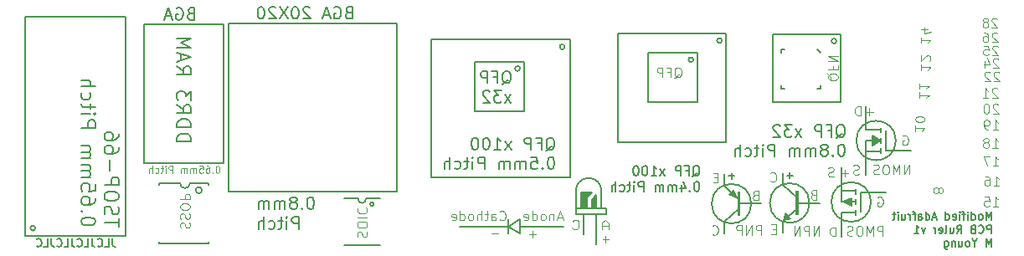
<source format=gbr>
%TF.GenerationSoftware,KiCad,Pcbnew,5.0.2+dfsg1-1*%
%TF.CreationDate,2019-09-16T18:41:00-07:00*%
%TF.ProjectId,Adafruit PCB Reference Ruler,41646166-7275-4697-9420-504342205265,rev?*%
%TF.SameCoordinates,Original*%
%TF.FileFunction,Legend,Bot*%
%TF.FilePolarity,Positive*%
%FSLAX46Y46*%
G04 Gerber Fmt 4.6, Leading zero omitted, Abs format (unit mm)*
G04 Created by KiCad (PCBNEW 5.0.2+dfsg1-1) date Mon 16 Sep 2019 06:41:00 PM PDT*
%MOMM*%
%LPD*%
G01*
G04 APERTURE LIST*
%ADD10C,0.150000*%
%ADD11C,0.101600*%
%ADD12C,0.190500*%
%ADD13C,0.152400*%
%ADD14C,0.182880*%
%ADD15C,0.100000*%
%ADD16C,0.200000*%
%ADD17C,0.120000*%
%ADD18C,0.170000*%
%ADD19C,0.160000*%
G04 APERTURE END LIST*
D10*
X81724038Y-116401904D02*
X81724038Y-116973333D01*
X81762133Y-117087619D01*
X81838323Y-117163809D01*
X81952609Y-117201904D01*
X82028800Y-117201904D01*
X80962133Y-117201904D02*
X81343085Y-117201904D01*
X81343085Y-116401904D01*
X80238323Y-117125714D02*
X80276419Y-117163809D01*
X80390704Y-117201904D01*
X80466895Y-117201904D01*
X80581180Y-117163809D01*
X80657371Y-117087619D01*
X80695466Y-117011428D01*
X80733561Y-116859047D01*
X80733561Y-116744761D01*
X80695466Y-116592380D01*
X80657371Y-116516190D01*
X80581180Y-116440000D01*
X80466895Y-116401904D01*
X80390704Y-116401904D01*
X80276419Y-116440000D01*
X80238323Y-116478095D01*
X79666895Y-116401904D02*
X79666895Y-116973333D01*
X79704990Y-117087619D01*
X79781180Y-117163809D01*
X79895466Y-117201904D01*
X79971657Y-117201904D01*
X78904990Y-117201904D02*
X79285942Y-117201904D01*
X79285942Y-116401904D01*
X78181180Y-117125714D02*
X78219276Y-117163809D01*
X78333561Y-117201904D01*
X78409752Y-117201904D01*
X78524038Y-117163809D01*
X78600228Y-117087619D01*
X78638323Y-117011428D01*
X78676419Y-116859047D01*
X78676419Y-116744761D01*
X78638323Y-116592380D01*
X78600228Y-116516190D01*
X78524038Y-116440000D01*
X78409752Y-116401904D01*
X78333561Y-116401904D01*
X78219276Y-116440000D01*
X78181180Y-116478095D01*
X77609752Y-116401904D02*
X77609752Y-116973333D01*
X77647847Y-117087619D01*
X77724038Y-117163809D01*
X77838323Y-117201904D01*
X77914514Y-117201904D01*
X76847847Y-117201904D02*
X77228800Y-117201904D01*
X77228800Y-116401904D01*
X76124038Y-117125714D02*
X76162133Y-117163809D01*
X76276419Y-117201904D01*
X76352609Y-117201904D01*
X76466895Y-117163809D01*
X76543085Y-117087619D01*
X76581180Y-117011428D01*
X76619276Y-116859047D01*
X76619276Y-116744761D01*
X76581180Y-116592380D01*
X76543085Y-116516190D01*
X76466895Y-116440000D01*
X76352609Y-116401904D01*
X76276419Y-116401904D01*
X76162133Y-116440000D01*
X76124038Y-116478095D01*
X75552609Y-116401904D02*
X75552609Y-116973333D01*
X75590704Y-117087619D01*
X75666895Y-117163809D01*
X75781180Y-117201904D01*
X75857371Y-117201904D01*
X74790704Y-117201904D02*
X75171657Y-117201904D01*
X75171657Y-116401904D01*
X74066895Y-117125714D02*
X74104990Y-117163809D01*
X74219276Y-117201904D01*
X74295466Y-117201904D01*
X74409752Y-117163809D01*
X74485942Y-117087619D01*
X74524038Y-117011428D01*
X74562133Y-116859047D01*
X74562133Y-116744761D01*
X74524038Y-116592380D01*
X74485942Y-116516190D01*
X74409752Y-116440000D01*
X74295466Y-116401904D01*
X74219276Y-116401904D01*
X74104990Y-116440000D01*
X74066895Y-116478095D01*
D11*
X163494961Y-96023369D02*
X163494961Y-96574912D01*
X163494961Y-96299140D02*
X164460161Y-96299140D01*
X164322276Y-96391064D01*
X164230352Y-96482988D01*
X164184390Y-96574912D01*
X164138428Y-95196055D02*
X163494961Y-95196055D01*
X164506123Y-95425864D02*
X163816695Y-95655674D01*
X163816695Y-95058169D01*
X163494961Y-98766569D02*
X163494961Y-99318112D01*
X163494961Y-99042340D02*
X164460161Y-99042340D01*
X164322276Y-99134264D01*
X164230352Y-99226188D01*
X164184390Y-99318112D01*
X164368238Y-98398874D02*
X164414200Y-98352912D01*
X164460161Y-98260988D01*
X164460161Y-98031179D01*
X164414200Y-97939255D01*
X164368238Y-97893293D01*
X164276314Y-97847331D01*
X164184390Y-97847331D01*
X164046504Y-97893293D01*
X163494961Y-98444836D01*
X163494961Y-97847331D01*
X163342561Y-101585969D02*
X163342561Y-102137512D01*
X163342561Y-101861740D02*
X164307761Y-101861740D01*
X164169876Y-101953664D01*
X164077952Y-102045588D01*
X164031990Y-102137512D01*
X163342561Y-100666731D02*
X163342561Y-101218274D01*
X163342561Y-100942502D02*
X164307761Y-100942502D01*
X164169876Y-101034426D01*
X164077952Y-101126350D01*
X164031990Y-101218274D01*
X162910761Y-104938769D02*
X162910761Y-105490312D01*
X162910761Y-105214540D02*
X163875961Y-105214540D01*
X163738076Y-105306464D01*
X163646152Y-105398388D01*
X163600190Y-105490312D01*
X163875961Y-104341264D02*
X163875961Y-104249340D01*
X163830000Y-104157417D01*
X163784038Y-104111455D01*
X163692114Y-104065493D01*
X163508266Y-104019531D01*
X163278457Y-104019531D01*
X163094609Y-104065493D01*
X163002685Y-104111455D01*
X162956723Y-104157417D01*
X162910761Y-104249340D01*
X162910761Y-104341264D01*
X162956723Y-104433188D01*
X163002685Y-104479150D01*
X163094609Y-104525112D01*
X163278457Y-104571074D01*
X163508266Y-104571074D01*
X163692114Y-104525112D01*
X163784038Y-104479150D01*
X163830000Y-104433188D01*
X163875961Y-104341264D01*
X165291104Y-111580264D02*
X165337066Y-111672188D01*
X165383028Y-111718150D01*
X165474952Y-111764112D01*
X165520914Y-111764112D01*
X165612838Y-111718150D01*
X165658800Y-111672188D01*
X165704761Y-111580264D01*
X165704761Y-111396417D01*
X165658800Y-111304493D01*
X165612838Y-111258531D01*
X165520914Y-111212569D01*
X165474952Y-111212569D01*
X165383028Y-111258531D01*
X165337066Y-111304493D01*
X165291104Y-111396417D01*
X165291104Y-111580264D01*
X165245142Y-111672188D01*
X165199180Y-111718150D01*
X165107257Y-111764112D01*
X164923409Y-111764112D01*
X164831485Y-111718150D01*
X164785523Y-111672188D01*
X164739561Y-111580264D01*
X164739561Y-111396417D01*
X164785523Y-111304493D01*
X164831485Y-111258531D01*
X164923409Y-111212569D01*
X165107257Y-111212569D01*
X165199180Y-111258531D01*
X165245142Y-111304493D01*
X165291104Y-111396417D01*
X170775569Y-109021638D02*
X171327112Y-109021638D01*
X171051340Y-109021638D02*
X171051340Y-108056438D01*
X171143264Y-108194323D01*
X171235188Y-108286247D01*
X171327112Y-108332209D01*
X170453836Y-108056438D02*
X169810369Y-108056438D01*
X170224026Y-109021638D01*
X170724769Y-107192838D02*
X171276312Y-107192838D01*
X171000540Y-107192838D02*
X171000540Y-106227638D01*
X171092464Y-106365523D01*
X171184388Y-106457447D01*
X171276312Y-106503409D01*
X170173226Y-106641295D02*
X170265150Y-106595333D01*
X170311112Y-106549371D01*
X170357074Y-106457447D01*
X170357074Y-106411485D01*
X170311112Y-106319561D01*
X170265150Y-106273600D01*
X170173226Y-106227638D01*
X169989379Y-106227638D01*
X169897455Y-106273600D01*
X169851493Y-106319561D01*
X169805531Y-106411485D01*
X169805531Y-106457447D01*
X169851493Y-106549371D01*
X169897455Y-106595333D01*
X169989379Y-106641295D01*
X170173226Y-106641295D01*
X170265150Y-106687257D01*
X170311112Y-106733219D01*
X170357074Y-106825142D01*
X170357074Y-107008990D01*
X170311112Y-107100914D01*
X170265150Y-107146876D01*
X170173226Y-107192838D01*
X169989379Y-107192838D01*
X169897455Y-107146876D01*
X169851493Y-107100914D01*
X169805531Y-107008990D01*
X169805531Y-106825142D01*
X169851493Y-106733219D01*
X169897455Y-106687257D01*
X169989379Y-106641295D01*
X170775569Y-105338638D02*
X171327112Y-105338638D01*
X171051340Y-105338638D02*
X171051340Y-104373438D01*
X171143264Y-104511323D01*
X171235188Y-104603247D01*
X171327112Y-104649209D01*
X170315950Y-105338638D02*
X170132102Y-105338638D01*
X170040179Y-105292676D01*
X169994217Y-105246714D01*
X169902293Y-105108828D01*
X169856331Y-104924980D01*
X169856331Y-104557285D01*
X169902293Y-104465361D01*
X169948255Y-104419400D01*
X170040179Y-104373438D01*
X170224026Y-104373438D01*
X170315950Y-104419400D01*
X170361912Y-104465361D01*
X170407874Y-104557285D01*
X170407874Y-104787095D01*
X170361912Y-104879019D01*
X170315950Y-104924980D01*
X170224026Y-104970942D01*
X170040179Y-104970942D01*
X169948255Y-104924980D01*
X169902293Y-104879019D01*
X169856331Y-104787095D01*
X171301712Y-102839761D02*
X171255750Y-102793800D01*
X171163826Y-102747838D01*
X170934017Y-102747838D01*
X170842093Y-102793800D01*
X170796131Y-102839761D01*
X170750169Y-102931685D01*
X170750169Y-103023609D01*
X170796131Y-103161495D01*
X171347674Y-103713038D01*
X170750169Y-103713038D01*
X170152664Y-102747838D02*
X170060740Y-102747838D01*
X169968817Y-102793800D01*
X169922855Y-102839761D01*
X169876893Y-102931685D01*
X169830931Y-103115533D01*
X169830931Y-103345342D01*
X169876893Y-103529190D01*
X169922855Y-103621114D01*
X169968817Y-103667076D01*
X170060740Y-103713038D01*
X170152664Y-103713038D01*
X170244588Y-103667076D01*
X170290550Y-103621114D01*
X170336512Y-103529190D01*
X170382474Y-103345342D01*
X170382474Y-103115533D01*
X170336512Y-102931685D01*
X170290550Y-102839761D01*
X170244588Y-102793800D01*
X170152664Y-102747838D01*
X171225512Y-101239561D02*
X171179550Y-101193600D01*
X171087626Y-101147638D01*
X170857817Y-101147638D01*
X170765893Y-101193600D01*
X170719931Y-101239561D01*
X170673969Y-101331485D01*
X170673969Y-101423409D01*
X170719931Y-101561295D01*
X171271474Y-102112838D01*
X170673969Y-102112838D01*
X169754731Y-102112838D02*
X170306274Y-102112838D01*
X170030502Y-102112838D02*
X170030502Y-101147638D01*
X170122426Y-101285523D01*
X170214350Y-101377447D01*
X170306274Y-101423409D01*
X171403312Y-99588561D02*
X171357350Y-99542600D01*
X171265426Y-99496638D01*
X171035617Y-99496638D01*
X170943693Y-99542600D01*
X170897731Y-99588561D01*
X170851769Y-99680485D01*
X170851769Y-99772409D01*
X170897731Y-99910295D01*
X171449274Y-100461838D01*
X170851769Y-100461838D01*
X170484074Y-99588561D02*
X170438112Y-99542600D01*
X170346188Y-99496638D01*
X170116379Y-99496638D01*
X170024455Y-99542600D01*
X169978493Y-99588561D01*
X169932531Y-99680485D01*
X169932531Y-99772409D01*
X169978493Y-99910295D01*
X170530036Y-100461838D01*
X169932531Y-100461838D01*
X171327112Y-98216961D02*
X171281150Y-98171000D01*
X171189226Y-98125038D01*
X170959417Y-98125038D01*
X170867493Y-98171000D01*
X170821531Y-98216961D01*
X170775569Y-98308885D01*
X170775569Y-98400809D01*
X170821531Y-98538695D01*
X171373074Y-99090238D01*
X170775569Y-99090238D01*
X169948255Y-98446771D02*
X169948255Y-99090238D01*
X170178064Y-98079076D02*
X170407874Y-98768504D01*
X169810369Y-98768504D01*
X171276312Y-96946961D02*
X171230350Y-96901000D01*
X171138426Y-96855038D01*
X170908617Y-96855038D01*
X170816693Y-96901000D01*
X170770731Y-96946961D01*
X170724769Y-97038885D01*
X170724769Y-97130809D01*
X170770731Y-97268695D01*
X171322274Y-97820238D01*
X170724769Y-97820238D01*
X169851493Y-96855038D02*
X170311112Y-96855038D01*
X170357074Y-97314657D01*
X170311112Y-97268695D01*
X170219188Y-97222733D01*
X169989379Y-97222733D01*
X169897455Y-97268695D01*
X169851493Y-97314657D01*
X169805531Y-97406580D01*
X169805531Y-97636390D01*
X169851493Y-97728314D01*
X169897455Y-97774276D01*
X169989379Y-97820238D01*
X170219188Y-97820238D01*
X170311112Y-97774276D01*
X170357074Y-97728314D01*
X171225512Y-95626161D02*
X171179550Y-95580200D01*
X171087626Y-95534238D01*
X170857817Y-95534238D01*
X170765893Y-95580200D01*
X170719931Y-95626161D01*
X170673969Y-95718085D01*
X170673969Y-95810009D01*
X170719931Y-95947895D01*
X171271474Y-96499438D01*
X170673969Y-96499438D01*
X169846655Y-95534238D02*
X170030502Y-95534238D01*
X170122426Y-95580200D01*
X170168388Y-95626161D01*
X170260312Y-95764047D01*
X170306274Y-95947895D01*
X170306274Y-96315590D01*
X170260312Y-96407514D01*
X170214350Y-96453476D01*
X170122426Y-96499438D01*
X169938579Y-96499438D01*
X169846655Y-96453476D01*
X169800693Y-96407514D01*
X169754731Y-96315590D01*
X169754731Y-96085780D01*
X169800693Y-95993857D01*
X169846655Y-95947895D01*
X169938579Y-95901933D01*
X170122426Y-95901933D01*
X170214350Y-95947895D01*
X170260312Y-95993857D01*
X170306274Y-96085780D01*
X171200112Y-94152961D02*
X171154150Y-94107000D01*
X171062226Y-94061038D01*
X170832417Y-94061038D01*
X170740493Y-94107000D01*
X170694531Y-94152961D01*
X170648569Y-94244885D01*
X170648569Y-94336809D01*
X170694531Y-94474695D01*
X171246074Y-95026238D01*
X170648569Y-95026238D01*
X170097026Y-94474695D02*
X170188950Y-94428733D01*
X170234912Y-94382771D01*
X170280874Y-94290847D01*
X170280874Y-94244885D01*
X170234912Y-94152961D01*
X170188950Y-94107000D01*
X170097026Y-94061038D01*
X169913179Y-94061038D01*
X169821255Y-94107000D01*
X169775293Y-94152961D01*
X169729331Y-94244885D01*
X169729331Y-94290847D01*
X169775293Y-94382771D01*
X169821255Y-94428733D01*
X169913179Y-94474695D01*
X170097026Y-94474695D01*
X170188950Y-94520657D01*
X170234912Y-94566619D01*
X170280874Y-94658542D01*
X170280874Y-94842390D01*
X170234912Y-94934314D01*
X170188950Y-94980276D01*
X170097026Y-95026238D01*
X169913179Y-95026238D01*
X169821255Y-94980276D01*
X169775293Y-94934314D01*
X169729331Y-94842390D01*
X169729331Y-94658542D01*
X169775293Y-94566619D01*
X169821255Y-94520657D01*
X169913179Y-94474695D01*
X170826369Y-111028238D02*
X171377912Y-111028238D01*
X171102140Y-111028238D02*
X171102140Y-110063038D01*
X171194064Y-110200923D01*
X171285988Y-110292847D01*
X171377912Y-110338809D01*
X169999055Y-110063038D02*
X170182902Y-110063038D01*
X170274826Y-110109000D01*
X170320788Y-110154961D01*
X170412712Y-110292847D01*
X170458674Y-110476695D01*
X170458674Y-110844390D01*
X170412712Y-110936314D01*
X170366750Y-110982276D01*
X170274826Y-111028238D01*
X170090979Y-111028238D01*
X169999055Y-110982276D01*
X169953093Y-110936314D01*
X169907131Y-110844390D01*
X169907131Y-110614580D01*
X169953093Y-110522657D01*
X169999055Y-110476695D01*
X170090979Y-110430733D01*
X170274826Y-110430733D01*
X170366750Y-110476695D01*
X170412712Y-110522657D01*
X170458674Y-110614580D01*
X170775569Y-113111038D02*
X171327112Y-113111038D01*
X171051340Y-113111038D02*
X171051340Y-112145838D01*
X171143264Y-112283723D01*
X171235188Y-112375647D01*
X171327112Y-112421609D01*
X169902293Y-112145838D02*
X170361912Y-112145838D01*
X170407874Y-112605457D01*
X170361912Y-112559495D01*
X170269988Y-112513533D01*
X170040179Y-112513533D01*
X169948255Y-112559495D01*
X169902293Y-112605457D01*
X169856331Y-112697380D01*
X169856331Y-112927190D01*
X169902293Y-113019114D01*
X169948255Y-113065076D01*
X170040179Y-113111038D01*
X170269988Y-113111038D01*
X170361912Y-113065076D01*
X170407874Y-113019114D01*
D10*
X170603223Y-114480304D02*
X170603223Y-113680304D01*
X170336557Y-114251733D01*
X170069890Y-113680304D01*
X170069890Y-114480304D01*
X169574652Y-114480304D02*
X169650842Y-114442209D01*
X169688938Y-114404114D01*
X169727033Y-114327923D01*
X169727033Y-114099352D01*
X169688938Y-114023161D01*
X169650842Y-113985066D01*
X169574652Y-113946971D01*
X169460366Y-113946971D01*
X169384176Y-113985066D01*
X169346080Y-114023161D01*
X169307985Y-114099352D01*
X169307985Y-114327923D01*
X169346080Y-114404114D01*
X169384176Y-114442209D01*
X169460366Y-114480304D01*
X169574652Y-114480304D01*
X168622271Y-114480304D02*
X168622271Y-113680304D01*
X168622271Y-114442209D02*
X168698461Y-114480304D01*
X168850842Y-114480304D01*
X168927033Y-114442209D01*
X168965128Y-114404114D01*
X169003223Y-114327923D01*
X169003223Y-114099352D01*
X168965128Y-114023161D01*
X168927033Y-113985066D01*
X168850842Y-113946971D01*
X168698461Y-113946971D01*
X168622271Y-113985066D01*
X168241319Y-114480304D02*
X168241319Y-113946971D01*
X168241319Y-113680304D02*
X168279414Y-113718400D01*
X168241319Y-113756495D01*
X168203223Y-113718400D01*
X168241319Y-113680304D01*
X168241319Y-113756495D01*
X167974652Y-113946971D02*
X167669890Y-113946971D01*
X167860366Y-114480304D02*
X167860366Y-113794590D01*
X167822271Y-113718400D01*
X167746080Y-113680304D01*
X167669890Y-113680304D01*
X167403223Y-114480304D02*
X167403223Y-113946971D01*
X167403223Y-113680304D02*
X167441319Y-113718400D01*
X167403223Y-113756495D01*
X167365128Y-113718400D01*
X167403223Y-113680304D01*
X167403223Y-113756495D01*
X166717509Y-114442209D02*
X166793700Y-114480304D01*
X166946080Y-114480304D01*
X167022271Y-114442209D01*
X167060366Y-114366019D01*
X167060366Y-114061257D01*
X167022271Y-113985066D01*
X166946080Y-113946971D01*
X166793700Y-113946971D01*
X166717509Y-113985066D01*
X166679414Y-114061257D01*
X166679414Y-114137447D01*
X167060366Y-114213638D01*
X165993700Y-114480304D02*
X165993700Y-113680304D01*
X165993700Y-114442209D02*
X166069890Y-114480304D01*
X166222271Y-114480304D01*
X166298461Y-114442209D01*
X166336557Y-114404114D01*
X166374652Y-114327923D01*
X166374652Y-114099352D01*
X166336557Y-114023161D01*
X166298461Y-113985066D01*
X166222271Y-113946971D01*
X166069890Y-113946971D01*
X165993700Y-113985066D01*
X165041319Y-114251733D02*
X164660366Y-114251733D01*
X165117509Y-114480304D02*
X164850842Y-113680304D01*
X164584176Y-114480304D01*
X163974652Y-114480304D02*
X163974652Y-113680304D01*
X163974652Y-114442209D02*
X164050842Y-114480304D01*
X164203223Y-114480304D01*
X164279414Y-114442209D01*
X164317509Y-114404114D01*
X164355604Y-114327923D01*
X164355604Y-114099352D01*
X164317509Y-114023161D01*
X164279414Y-113985066D01*
X164203223Y-113946971D01*
X164050842Y-113946971D01*
X163974652Y-113985066D01*
X163250842Y-114480304D02*
X163250842Y-114061257D01*
X163288938Y-113985066D01*
X163365128Y-113946971D01*
X163517509Y-113946971D01*
X163593700Y-113985066D01*
X163250842Y-114442209D02*
X163327033Y-114480304D01*
X163517509Y-114480304D01*
X163593700Y-114442209D01*
X163631795Y-114366019D01*
X163631795Y-114289828D01*
X163593700Y-114213638D01*
X163517509Y-114175542D01*
X163327033Y-114175542D01*
X163250842Y-114137447D01*
X162984176Y-113946971D02*
X162679414Y-113946971D01*
X162869890Y-114480304D02*
X162869890Y-113794590D01*
X162831795Y-113718400D01*
X162755604Y-113680304D01*
X162679414Y-113680304D01*
X162412747Y-114480304D02*
X162412747Y-113946971D01*
X162412747Y-114099352D02*
X162374652Y-114023161D01*
X162336557Y-113985066D01*
X162260366Y-113946971D01*
X162184176Y-113946971D01*
X161574652Y-113946971D02*
X161574652Y-114480304D01*
X161917509Y-113946971D02*
X161917509Y-114366019D01*
X161879414Y-114442209D01*
X161803223Y-114480304D01*
X161688938Y-114480304D01*
X161612747Y-114442209D01*
X161574652Y-114404114D01*
X161193700Y-114480304D02*
X161193700Y-113946971D01*
X161193700Y-113680304D02*
X161231795Y-113718400D01*
X161193700Y-113756495D01*
X161155604Y-113718400D01*
X161193700Y-113680304D01*
X161193700Y-113756495D01*
X160927033Y-113946971D02*
X160622271Y-113946971D01*
X160812747Y-113680304D02*
X160812747Y-114366019D01*
X160774652Y-114442209D01*
X160698461Y-114480304D01*
X160622271Y-114480304D01*
X170603223Y-115830304D02*
X170603223Y-115030304D01*
X170298461Y-115030304D01*
X170222271Y-115068400D01*
X170184176Y-115106495D01*
X170146080Y-115182685D01*
X170146080Y-115296971D01*
X170184176Y-115373161D01*
X170222271Y-115411257D01*
X170298461Y-115449352D01*
X170603223Y-115449352D01*
X169346080Y-115754114D02*
X169384176Y-115792209D01*
X169498461Y-115830304D01*
X169574652Y-115830304D01*
X169688938Y-115792209D01*
X169765128Y-115716019D01*
X169803223Y-115639828D01*
X169841319Y-115487447D01*
X169841319Y-115373161D01*
X169803223Y-115220780D01*
X169765128Y-115144590D01*
X169688938Y-115068400D01*
X169574652Y-115030304D01*
X169498461Y-115030304D01*
X169384176Y-115068400D01*
X169346080Y-115106495D01*
X168736557Y-115411257D02*
X168622271Y-115449352D01*
X168584176Y-115487447D01*
X168546080Y-115563638D01*
X168546080Y-115677923D01*
X168584176Y-115754114D01*
X168622271Y-115792209D01*
X168698461Y-115830304D01*
X169003223Y-115830304D01*
X169003223Y-115030304D01*
X168736557Y-115030304D01*
X168660366Y-115068400D01*
X168622271Y-115106495D01*
X168584176Y-115182685D01*
X168584176Y-115258876D01*
X168622271Y-115335066D01*
X168660366Y-115373161D01*
X168736557Y-115411257D01*
X169003223Y-115411257D01*
X167136557Y-115830304D02*
X167403223Y-115449352D01*
X167593700Y-115830304D02*
X167593700Y-115030304D01*
X167288938Y-115030304D01*
X167212747Y-115068400D01*
X167174652Y-115106495D01*
X167136557Y-115182685D01*
X167136557Y-115296971D01*
X167174652Y-115373161D01*
X167212747Y-115411257D01*
X167288938Y-115449352D01*
X167593700Y-115449352D01*
X166450842Y-115296971D02*
X166450842Y-115830304D01*
X166793700Y-115296971D02*
X166793700Y-115716019D01*
X166755604Y-115792209D01*
X166679414Y-115830304D01*
X166565128Y-115830304D01*
X166488938Y-115792209D01*
X166450842Y-115754114D01*
X165955604Y-115830304D02*
X166031795Y-115792209D01*
X166069890Y-115716019D01*
X166069890Y-115030304D01*
X165346080Y-115792209D02*
X165422271Y-115830304D01*
X165574652Y-115830304D01*
X165650842Y-115792209D01*
X165688938Y-115716019D01*
X165688938Y-115411257D01*
X165650842Y-115335066D01*
X165574652Y-115296971D01*
X165422271Y-115296971D01*
X165346080Y-115335066D01*
X165307985Y-115411257D01*
X165307985Y-115487447D01*
X165688938Y-115563638D01*
X164965128Y-115830304D02*
X164965128Y-115296971D01*
X164965128Y-115449352D02*
X164927033Y-115373161D01*
X164888938Y-115335066D01*
X164812747Y-115296971D01*
X164736557Y-115296971D01*
X163936557Y-115296971D02*
X163746080Y-115830304D01*
X163555604Y-115296971D01*
X162831795Y-115830304D02*
X163288938Y-115830304D01*
X163060366Y-115830304D02*
X163060366Y-115030304D01*
X163136557Y-115144590D01*
X163212747Y-115220780D01*
X163288938Y-115258876D01*
X170603223Y-117180304D02*
X170603223Y-116380304D01*
X170336557Y-116951733D01*
X170069890Y-116380304D01*
X170069890Y-117180304D01*
X168927033Y-116799352D02*
X168927033Y-117180304D01*
X169193700Y-116380304D02*
X168927033Y-116799352D01*
X168660366Y-116380304D01*
X168279414Y-117180304D02*
X168355604Y-117142209D01*
X168393700Y-117104114D01*
X168431795Y-117027923D01*
X168431795Y-116799352D01*
X168393700Y-116723161D01*
X168355604Y-116685066D01*
X168279414Y-116646971D01*
X168165128Y-116646971D01*
X168088938Y-116685066D01*
X168050842Y-116723161D01*
X168012747Y-116799352D01*
X168012747Y-117027923D01*
X168050842Y-117104114D01*
X168088938Y-117142209D01*
X168165128Y-117180304D01*
X168279414Y-117180304D01*
X167327033Y-116646971D02*
X167327033Y-117180304D01*
X167669890Y-116646971D02*
X167669890Y-117066019D01*
X167631795Y-117142209D01*
X167555604Y-117180304D01*
X167441319Y-117180304D01*
X167365128Y-117142209D01*
X167327033Y-117104114D01*
X166946080Y-116646971D02*
X166946080Y-117180304D01*
X166946080Y-116723161D02*
X166907985Y-116685066D01*
X166831795Y-116646971D01*
X166717509Y-116646971D01*
X166641319Y-116685066D01*
X166603223Y-116761257D01*
X166603223Y-117180304D01*
X165879414Y-116646971D02*
X165879414Y-117294590D01*
X165917509Y-117370780D01*
X165955604Y-117408876D01*
X166031795Y-117446971D01*
X166146080Y-117446971D01*
X166222271Y-117408876D01*
X165879414Y-117142209D02*
X165955604Y-117180304D01*
X166107985Y-117180304D01*
X166184176Y-117142209D01*
X166222271Y-117104114D01*
X166260366Y-117027923D01*
X166260366Y-116799352D01*
X166222271Y-116723161D01*
X166184176Y-116685066D01*
X166107985Y-116646971D01*
X165955604Y-116646971D01*
X165879414Y-116685066D01*
D11*
X88649023Y-115303350D02*
X88603061Y-115165464D01*
X88603061Y-114935655D01*
X88649023Y-114843731D01*
X88694985Y-114797769D01*
X88786909Y-114751807D01*
X88878833Y-114751807D01*
X88970757Y-114797769D01*
X89016719Y-114843731D01*
X89062680Y-114935655D01*
X89108642Y-115119502D01*
X89154604Y-115211426D01*
X89200566Y-115257388D01*
X89292490Y-115303350D01*
X89384414Y-115303350D01*
X89476338Y-115257388D01*
X89522300Y-115211426D01*
X89568261Y-115119502D01*
X89568261Y-114889693D01*
X89522300Y-114751807D01*
X88649023Y-114384112D02*
X88603061Y-114246226D01*
X88603061Y-114016417D01*
X88649023Y-113924493D01*
X88694985Y-113878531D01*
X88786909Y-113832569D01*
X88878833Y-113832569D01*
X88970757Y-113878531D01*
X89016719Y-113924493D01*
X89062680Y-114016417D01*
X89108642Y-114200264D01*
X89154604Y-114292188D01*
X89200566Y-114338150D01*
X89292490Y-114384112D01*
X89384414Y-114384112D01*
X89476338Y-114338150D01*
X89522300Y-114292188D01*
X89568261Y-114200264D01*
X89568261Y-113970455D01*
X89522300Y-113832569D01*
X89568261Y-113235064D02*
X89568261Y-113051217D01*
X89522300Y-112959293D01*
X89430376Y-112867369D01*
X89246528Y-112821407D01*
X88924795Y-112821407D01*
X88740947Y-112867369D01*
X88649023Y-112959293D01*
X88603061Y-113051217D01*
X88603061Y-113235064D01*
X88649023Y-113326988D01*
X88740947Y-113418912D01*
X88924795Y-113464874D01*
X89246528Y-113464874D01*
X89430376Y-113418912D01*
X89522300Y-113326988D01*
X89568261Y-113235064D01*
X88603061Y-112407750D02*
X89568261Y-112407750D01*
X89568261Y-112040055D01*
X89522300Y-111948131D01*
X89476338Y-111902169D01*
X89384414Y-111856207D01*
X89246528Y-111856207D01*
X89154604Y-111902169D01*
X89108642Y-111948131D01*
X89062680Y-112040055D01*
X89062680Y-112407750D01*
X106556023Y-116217750D02*
X106510061Y-116079864D01*
X106510061Y-115850055D01*
X106556023Y-115758131D01*
X106601985Y-115712169D01*
X106693909Y-115666207D01*
X106785833Y-115666207D01*
X106877757Y-115712169D01*
X106923719Y-115758131D01*
X106969680Y-115850055D01*
X107015642Y-116033902D01*
X107061604Y-116125826D01*
X107107566Y-116171788D01*
X107199490Y-116217750D01*
X107291414Y-116217750D01*
X107383338Y-116171788D01*
X107429300Y-116125826D01*
X107475261Y-116033902D01*
X107475261Y-115804093D01*
X107429300Y-115666207D01*
X107475261Y-115068702D02*
X107475261Y-114884855D01*
X107429300Y-114792931D01*
X107337376Y-114701007D01*
X107153528Y-114655045D01*
X106831795Y-114655045D01*
X106647947Y-114701007D01*
X106556023Y-114792931D01*
X106510061Y-114884855D01*
X106510061Y-115068702D01*
X106556023Y-115160626D01*
X106647947Y-115252550D01*
X106831795Y-115298512D01*
X107153528Y-115298512D01*
X107337376Y-115252550D01*
X107429300Y-115160626D01*
X107475261Y-115068702D01*
X106510061Y-114241388D02*
X107475261Y-114241388D01*
X106601985Y-113230226D02*
X106556023Y-113276188D01*
X106510061Y-113414074D01*
X106510061Y-113505998D01*
X106556023Y-113643883D01*
X106647947Y-113735807D01*
X106739871Y-113781769D01*
X106923719Y-113827731D01*
X107061604Y-113827731D01*
X107245452Y-113781769D01*
X107337376Y-113735807D01*
X107429300Y-113643883D01*
X107475261Y-113505998D01*
X107475261Y-113414074D01*
X107429300Y-113276188D01*
X107383338Y-113230226D01*
X138557483Y-100121961D02*
X138649407Y-100076000D01*
X138741331Y-99984076D01*
X138879217Y-99846190D01*
X138971140Y-99800228D01*
X139063064Y-99800228D01*
X139017102Y-100030038D02*
X139109026Y-99984076D01*
X139200950Y-99892152D01*
X139246912Y-99708304D01*
X139246912Y-99386571D01*
X139200950Y-99202723D01*
X139109026Y-99110800D01*
X139017102Y-99064838D01*
X138833255Y-99064838D01*
X138741331Y-99110800D01*
X138649407Y-99202723D01*
X138603445Y-99386571D01*
X138603445Y-99708304D01*
X138649407Y-99892152D01*
X138741331Y-99984076D01*
X138833255Y-100030038D01*
X139017102Y-100030038D01*
X137868055Y-99524457D02*
X138189788Y-99524457D01*
X138189788Y-100030038D02*
X138189788Y-99064838D01*
X137730169Y-99064838D01*
X137362474Y-100030038D02*
X137362474Y-99064838D01*
X136994779Y-99064838D01*
X136902855Y-99110800D01*
X136856893Y-99156761D01*
X136810931Y-99248685D01*
X136810931Y-99386571D01*
X136856893Y-99478495D01*
X136902855Y-99524457D01*
X136994779Y-99570419D01*
X137362474Y-99570419D01*
X154030438Y-99644683D02*
X154076400Y-99736607D01*
X154168323Y-99828531D01*
X154306209Y-99966417D01*
X154352171Y-100058340D01*
X154352171Y-100150264D01*
X154122361Y-100104302D02*
X154168323Y-100196226D01*
X154260247Y-100288150D01*
X154444095Y-100334112D01*
X154765828Y-100334112D01*
X154949676Y-100288150D01*
X155041600Y-100196226D01*
X155087561Y-100104302D01*
X155087561Y-99920455D01*
X155041600Y-99828531D01*
X154949676Y-99736607D01*
X154765828Y-99690645D01*
X154444095Y-99690645D01*
X154260247Y-99736607D01*
X154168323Y-99828531D01*
X154122361Y-99920455D01*
X154122361Y-100104302D01*
X154627942Y-98955255D02*
X154627942Y-99276988D01*
X154122361Y-99276988D02*
X155087561Y-99276988D01*
X155087561Y-98817369D01*
X154122361Y-98449674D02*
X155087561Y-98449674D01*
X154122361Y-97898131D01*
X155087561Y-97898131D01*
D12*
X105612746Y-93493771D02*
X105440389Y-93551223D01*
X105382936Y-93608676D01*
X105325484Y-93723580D01*
X105325484Y-93895938D01*
X105382936Y-94010842D01*
X105440389Y-94068295D01*
X105555294Y-94125747D01*
X106014913Y-94125747D01*
X106014913Y-92919247D01*
X105612746Y-92919247D01*
X105497841Y-92976700D01*
X105440389Y-93034152D01*
X105382936Y-93149057D01*
X105382936Y-93263961D01*
X105440389Y-93378866D01*
X105497841Y-93436319D01*
X105612746Y-93493771D01*
X106014913Y-93493771D01*
X104176436Y-92976700D02*
X104291341Y-92919247D01*
X104463698Y-92919247D01*
X104636055Y-92976700D01*
X104750960Y-93091604D01*
X104808413Y-93206509D01*
X104865865Y-93436319D01*
X104865865Y-93608676D01*
X104808413Y-93838485D01*
X104750960Y-93953390D01*
X104636055Y-94068295D01*
X104463698Y-94125747D01*
X104348794Y-94125747D01*
X104176436Y-94068295D01*
X104118984Y-94010842D01*
X104118984Y-93608676D01*
X104348794Y-93608676D01*
X103659365Y-93781033D02*
X103084841Y-93781033D01*
X103774270Y-94125747D02*
X103372103Y-92919247D01*
X102969936Y-94125747D01*
X101705984Y-93034152D02*
X101648532Y-92976700D01*
X101533627Y-92919247D01*
X101246365Y-92919247D01*
X101131460Y-92976700D01*
X101074008Y-93034152D01*
X101016555Y-93149057D01*
X101016555Y-93263961D01*
X101074008Y-93436319D01*
X101763436Y-94125747D01*
X101016555Y-94125747D01*
X100269675Y-92919247D02*
X100154770Y-92919247D01*
X100039865Y-92976700D01*
X99982413Y-93034152D01*
X99924960Y-93149057D01*
X99867508Y-93378866D01*
X99867508Y-93666128D01*
X99924960Y-93895938D01*
X99982413Y-94010842D01*
X100039865Y-94068295D01*
X100154770Y-94125747D01*
X100269675Y-94125747D01*
X100384579Y-94068295D01*
X100442032Y-94010842D01*
X100499484Y-93895938D01*
X100556936Y-93666128D01*
X100556936Y-93378866D01*
X100499484Y-93149057D01*
X100442032Y-93034152D01*
X100384579Y-92976700D01*
X100269675Y-92919247D01*
X99465341Y-92919247D02*
X98661008Y-94125747D01*
X98661008Y-92919247D02*
X99465341Y-94125747D01*
X98258841Y-93034152D02*
X98201389Y-92976700D01*
X98086484Y-92919247D01*
X97799222Y-92919247D01*
X97684317Y-92976700D01*
X97626865Y-93034152D01*
X97569413Y-93149057D01*
X97569413Y-93263961D01*
X97626865Y-93436319D01*
X98316294Y-94125747D01*
X97569413Y-94125747D01*
X96822532Y-92919247D02*
X96707627Y-92919247D01*
X96592722Y-92976700D01*
X96535270Y-93034152D01*
X96477817Y-93149057D01*
X96420365Y-93378866D01*
X96420365Y-93666128D01*
X96477817Y-93895938D01*
X96535270Y-94010842D01*
X96592722Y-94068295D01*
X96707627Y-94125747D01*
X96822532Y-94125747D01*
X96937436Y-94068295D01*
X96994889Y-94010842D01*
X97052341Y-93895938D01*
X97109794Y-93666128D01*
X97109794Y-93378866D01*
X97052341Y-93149057D01*
X96994889Y-93034152D01*
X96937436Y-92976700D01*
X96822532Y-92919247D01*
X101823005Y-112185147D02*
X101708101Y-112185147D01*
X101593196Y-112242600D01*
X101535744Y-112300052D01*
X101478291Y-112414957D01*
X101420839Y-112644766D01*
X101420839Y-112932028D01*
X101478291Y-113161838D01*
X101535744Y-113276742D01*
X101593196Y-113334195D01*
X101708101Y-113391647D01*
X101823005Y-113391647D01*
X101937910Y-113334195D01*
X101995363Y-113276742D01*
X102052815Y-113161838D01*
X102110267Y-112932028D01*
X102110267Y-112644766D01*
X102052815Y-112414957D01*
X101995363Y-112300052D01*
X101937910Y-112242600D01*
X101823005Y-112185147D01*
X100903767Y-113276742D02*
X100846315Y-113334195D01*
X100903767Y-113391647D01*
X100961220Y-113334195D01*
X100903767Y-113276742D01*
X100903767Y-113391647D01*
X100156886Y-112702219D02*
X100271791Y-112644766D01*
X100329244Y-112587314D01*
X100386696Y-112472409D01*
X100386696Y-112414957D01*
X100329244Y-112300052D01*
X100271791Y-112242600D01*
X100156886Y-112185147D01*
X99927077Y-112185147D01*
X99812172Y-112242600D01*
X99754720Y-112300052D01*
X99697267Y-112414957D01*
X99697267Y-112472409D01*
X99754720Y-112587314D01*
X99812172Y-112644766D01*
X99927077Y-112702219D01*
X100156886Y-112702219D01*
X100271791Y-112759671D01*
X100329244Y-112817123D01*
X100386696Y-112932028D01*
X100386696Y-113161838D01*
X100329244Y-113276742D01*
X100271791Y-113334195D01*
X100156886Y-113391647D01*
X99927077Y-113391647D01*
X99812172Y-113334195D01*
X99754720Y-113276742D01*
X99697267Y-113161838D01*
X99697267Y-112932028D01*
X99754720Y-112817123D01*
X99812172Y-112759671D01*
X99927077Y-112702219D01*
X99180196Y-113391647D02*
X99180196Y-112587314D01*
X99180196Y-112702219D02*
X99122744Y-112644766D01*
X99007839Y-112587314D01*
X98835482Y-112587314D01*
X98720577Y-112644766D01*
X98663125Y-112759671D01*
X98663125Y-113391647D01*
X98663125Y-112759671D02*
X98605672Y-112644766D01*
X98490767Y-112587314D01*
X98318410Y-112587314D01*
X98203505Y-112644766D01*
X98146053Y-112759671D01*
X98146053Y-113391647D01*
X97571529Y-113391647D02*
X97571529Y-112587314D01*
X97571529Y-112702219D02*
X97514077Y-112644766D01*
X97399172Y-112587314D01*
X97226815Y-112587314D01*
X97111910Y-112644766D01*
X97054458Y-112759671D01*
X97054458Y-113391647D01*
X97054458Y-112759671D02*
X96997005Y-112644766D01*
X96882101Y-112587314D01*
X96709744Y-112587314D01*
X96594839Y-112644766D01*
X96537386Y-112759671D01*
X96537386Y-113391647D01*
X100559053Y-115391897D02*
X100559053Y-114185397D01*
X100099434Y-114185397D01*
X99984529Y-114242850D01*
X99927077Y-114300302D01*
X99869625Y-114415207D01*
X99869625Y-114587564D01*
X99927077Y-114702469D01*
X99984529Y-114759921D01*
X100099434Y-114817373D01*
X100559053Y-114817373D01*
X99352553Y-115391897D02*
X99352553Y-114587564D01*
X99352553Y-114185397D02*
X99410005Y-114242850D01*
X99352553Y-114300302D01*
X99295101Y-114242850D01*
X99352553Y-114185397D01*
X99352553Y-114300302D01*
X98950386Y-114587564D02*
X98490767Y-114587564D01*
X98778029Y-114185397D02*
X98778029Y-115219540D01*
X98720577Y-115334445D01*
X98605672Y-115391897D01*
X98490767Y-115391897D01*
X97571529Y-115334445D02*
X97686434Y-115391897D01*
X97916244Y-115391897D01*
X98031148Y-115334445D01*
X98088601Y-115276992D01*
X98146053Y-115162088D01*
X98146053Y-114817373D01*
X98088601Y-114702469D01*
X98031148Y-114645016D01*
X97916244Y-114587564D01*
X97686434Y-114587564D01*
X97571529Y-114645016D01*
X97054458Y-115391897D02*
X97054458Y-114185397D01*
X96537386Y-115391897D02*
X96537386Y-114759921D01*
X96594839Y-114645016D01*
X96709744Y-114587564D01*
X96882101Y-114587564D01*
X96997005Y-114645016D01*
X97054458Y-114702469D01*
D13*
X125568044Y-107493102D02*
X125682949Y-107435650D01*
X125797854Y-107320745D01*
X125970211Y-107148388D01*
X126085116Y-107090935D01*
X126200020Y-107090935D01*
X126142568Y-107378197D02*
X126257473Y-107320745D01*
X126372378Y-107205840D01*
X126429830Y-106976030D01*
X126429830Y-106573864D01*
X126372378Y-106344054D01*
X126257473Y-106229150D01*
X126142568Y-106171697D01*
X125912759Y-106171697D01*
X125797854Y-106229150D01*
X125682949Y-106344054D01*
X125625497Y-106573864D01*
X125625497Y-106976030D01*
X125682949Y-107205840D01*
X125797854Y-107320745D01*
X125912759Y-107378197D01*
X126142568Y-107378197D01*
X124706259Y-106746221D02*
X125108425Y-106746221D01*
X125108425Y-107378197D02*
X125108425Y-106171697D01*
X124533901Y-106171697D01*
X124074282Y-107378197D02*
X124074282Y-106171697D01*
X123614663Y-106171697D01*
X123499759Y-106229150D01*
X123442306Y-106286602D01*
X123384854Y-106401507D01*
X123384854Y-106573864D01*
X123442306Y-106688769D01*
X123499759Y-106746221D01*
X123614663Y-106803673D01*
X124074282Y-106803673D01*
X122063449Y-107378197D02*
X121431473Y-106573864D01*
X122063449Y-106573864D02*
X121431473Y-107378197D01*
X120339878Y-107378197D02*
X121029306Y-107378197D01*
X120684592Y-107378197D02*
X120684592Y-106171697D01*
X120799497Y-106344054D01*
X120914401Y-106458959D01*
X121029306Y-106516411D01*
X119592997Y-106171697D02*
X119478092Y-106171697D01*
X119363187Y-106229150D01*
X119305735Y-106286602D01*
X119248282Y-106401507D01*
X119190830Y-106631316D01*
X119190830Y-106918578D01*
X119248282Y-107148388D01*
X119305735Y-107263292D01*
X119363187Y-107320745D01*
X119478092Y-107378197D01*
X119592997Y-107378197D01*
X119707901Y-107320745D01*
X119765354Y-107263292D01*
X119822806Y-107148388D01*
X119880259Y-106918578D01*
X119880259Y-106631316D01*
X119822806Y-106401507D01*
X119765354Y-106286602D01*
X119707901Y-106229150D01*
X119592997Y-106171697D01*
X118443949Y-106171697D02*
X118329044Y-106171697D01*
X118214140Y-106229150D01*
X118156687Y-106286602D01*
X118099235Y-106401507D01*
X118041782Y-106631316D01*
X118041782Y-106918578D01*
X118099235Y-107148388D01*
X118156687Y-107263292D01*
X118214140Y-107320745D01*
X118329044Y-107378197D01*
X118443949Y-107378197D01*
X118558854Y-107320745D01*
X118616306Y-107263292D01*
X118673759Y-107148388D01*
X118731211Y-106918578D01*
X118731211Y-106631316D01*
X118673759Y-106401507D01*
X118616306Y-106286602D01*
X118558854Y-106229150D01*
X118443949Y-106171697D01*
X126142568Y-108133847D02*
X126027663Y-108133847D01*
X125912759Y-108191300D01*
X125855306Y-108248752D01*
X125797854Y-108363657D01*
X125740401Y-108593466D01*
X125740401Y-108880728D01*
X125797854Y-109110538D01*
X125855306Y-109225442D01*
X125912759Y-109282895D01*
X126027663Y-109340347D01*
X126142568Y-109340347D01*
X126257473Y-109282895D01*
X126314925Y-109225442D01*
X126372378Y-109110538D01*
X126429830Y-108880728D01*
X126429830Y-108593466D01*
X126372378Y-108363657D01*
X126314925Y-108248752D01*
X126257473Y-108191300D01*
X126142568Y-108133847D01*
X125223330Y-109225442D02*
X125165878Y-109282895D01*
X125223330Y-109340347D01*
X125280782Y-109282895D01*
X125223330Y-109225442D01*
X125223330Y-109340347D01*
X124074282Y-108133847D02*
X124648806Y-108133847D01*
X124706259Y-108708371D01*
X124648806Y-108650919D01*
X124533901Y-108593466D01*
X124246640Y-108593466D01*
X124131735Y-108650919D01*
X124074282Y-108708371D01*
X124016830Y-108823276D01*
X124016830Y-109110538D01*
X124074282Y-109225442D01*
X124131735Y-109282895D01*
X124246640Y-109340347D01*
X124533901Y-109340347D01*
X124648806Y-109282895D01*
X124706259Y-109225442D01*
X123499759Y-109340347D02*
X123499759Y-108536014D01*
X123499759Y-108650919D02*
X123442306Y-108593466D01*
X123327401Y-108536014D01*
X123155044Y-108536014D01*
X123040140Y-108593466D01*
X122982687Y-108708371D01*
X122982687Y-109340347D01*
X122982687Y-108708371D02*
X122925235Y-108593466D01*
X122810330Y-108536014D01*
X122637973Y-108536014D01*
X122523068Y-108593466D01*
X122465616Y-108708371D01*
X122465616Y-109340347D01*
X121891092Y-109340347D02*
X121891092Y-108536014D01*
X121891092Y-108650919D02*
X121833640Y-108593466D01*
X121718735Y-108536014D01*
X121546378Y-108536014D01*
X121431473Y-108593466D01*
X121374020Y-108708371D01*
X121374020Y-109340347D01*
X121374020Y-108708371D02*
X121316568Y-108593466D01*
X121201663Y-108536014D01*
X121029306Y-108536014D01*
X120914401Y-108593466D01*
X120856949Y-108708371D01*
X120856949Y-109340347D01*
X119363187Y-109340347D02*
X119363187Y-108133847D01*
X118903568Y-108133847D01*
X118788663Y-108191300D01*
X118731211Y-108248752D01*
X118673759Y-108363657D01*
X118673759Y-108536014D01*
X118731211Y-108650919D01*
X118788663Y-108708371D01*
X118903568Y-108765823D01*
X119363187Y-108765823D01*
X118156687Y-109340347D02*
X118156687Y-108536014D01*
X118156687Y-108133847D02*
X118214140Y-108191300D01*
X118156687Y-108248752D01*
X118099235Y-108191300D01*
X118156687Y-108133847D01*
X118156687Y-108248752D01*
X117754520Y-108536014D02*
X117294901Y-108536014D01*
X117582163Y-108133847D02*
X117582163Y-109167990D01*
X117524711Y-109282895D01*
X117409806Y-109340347D01*
X117294901Y-109340347D01*
X116375663Y-109282895D02*
X116490568Y-109340347D01*
X116720378Y-109340347D01*
X116835282Y-109282895D01*
X116892735Y-109225442D01*
X116950187Y-109110538D01*
X116950187Y-108765823D01*
X116892735Y-108650919D01*
X116835282Y-108593466D01*
X116720378Y-108536014D01*
X116490568Y-108536014D01*
X116375663Y-108593466D01*
X115858592Y-109340347D02*
X115858592Y-108133847D01*
X115341520Y-109340347D02*
X115341520Y-108708371D01*
X115398973Y-108593466D01*
X115513878Y-108536014D01*
X115686235Y-108536014D01*
X115801140Y-108593466D01*
X115858592Y-108650919D01*
X140404063Y-110078761D02*
X140495987Y-110032800D01*
X140587911Y-109940876D01*
X140725797Y-109802990D01*
X140817720Y-109757028D01*
X140909644Y-109757028D01*
X140863682Y-109986838D02*
X140955606Y-109940876D01*
X141047530Y-109848952D01*
X141093492Y-109665104D01*
X141093492Y-109343371D01*
X141047530Y-109159523D01*
X140955606Y-109067600D01*
X140863682Y-109021638D01*
X140679835Y-109021638D01*
X140587911Y-109067600D01*
X140495987Y-109159523D01*
X140450025Y-109343371D01*
X140450025Y-109665104D01*
X140495987Y-109848952D01*
X140587911Y-109940876D01*
X140679835Y-109986838D01*
X140863682Y-109986838D01*
X139714635Y-109481257D02*
X140036368Y-109481257D01*
X140036368Y-109986838D02*
X140036368Y-109021638D01*
X139576749Y-109021638D01*
X139209054Y-109986838D02*
X139209054Y-109021638D01*
X138841359Y-109021638D01*
X138749435Y-109067600D01*
X138703473Y-109113561D01*
X138657511Y-109205485D01*
X138657511Y-109343371D01*
X138703473Y-109435295D01*
X138749435Y-109481257D01*
X138841359Y-109527219D01*
X139209054Y-109527219D01*
X137600387Y-109986838D02*
X137094806Y-109343371D01*
X137600387Y-109343371D02*
X137094806Y-109986838D01*
X136221530Y-109986838D02*
X136773073Y-109986838D01*
X136497301Y-109986838D02*
X136497301Y-109021638D01*
X136589225Y-109159523D01*
X136681149Y-109251447D01*
X136773073Y-109297409D01*
X135624025Y-109021638D02*
X135532101Y-109021638D01*
X135440178Y-109067600D01*
X135394216Y-109113561D01*
X135348254Y-109205485D01*
X135302292Y-109389333D01*
X135302292Y-109619142D01*
X135348254Y-109802990D01*
X135394216Y-109894914D01*
X135440178Y-109940876D01*
X135532101Y-109986838D01*
X135624025Y-109986838D01*
X135715949Y-109940876D01*
X135761911Y-109894914D01*
X135807873Y-109802990D01*
X135853835Y-109619142D01*
X135853835Y-109389333D01*
X135807873Y-109205485D01*
X135761911Y-109113561D01*
X135715949Y-109067600D01*
X135624025Y-109021638D01*
X134704787Y-109021638D02*
X134612863Y-109021638D01*
X134520940Y-109067600D01*
X134474978Y-109113561D01*
X134429016Y-109205485D01*
X134383054Y-109389333D01*
X134383054Y-109619142D01*
X134429016Y-109802990D01*
X134474978Y-109894914D01*
X134520940Y-109940876D01*
X134612863Y-109986838D01*
X134704787Y-109986838D01*
X134796711Y-109940876D01*
X134842673Y-109894914D01*
X134888635Y-109802990D01*
X134934597Y-109619142D01*
X134934597Y-109389333D01*
X134888635Y-109205485D01*
X134842673Y-109113561D01*
X134796711Y-109067600D01*
X134704787Y-109021638D01*
X140863682Y-110621838D02*
X140771759Y-110621838D01*
X140679835Y-110667800D01*
X140633873Y-110713761D01*
X140587911Y-110805685D01*
X140541949Y-110989533D01*
X140541949Y-111219342D01*
X140587911Y-111403190D01*
X140633873Y-111495114D01*
X140679835Y-111541076D01*
X140771759Y-111587038D01*
X140863682Y-111587038D01*
X140955606Y-111541076D01*
X141001568Y-111495114D01*
X141047530Y-111403190D01*
X141093492Y-111219342D01*
X141093492Y-110989533D01*
X141047530Y-110805685D01*
X141001568Y-110713761D01*
X140955606Y-110667800D01*
X140863682Y-110621838D01*
X140128292Y-111495114D02*
X140082330Y-111541076D01*
X140128292Y-111587038D01*
X140174254Y-111541076D01*
X140128292Y-111495114D01*
X140128292Y-111587038D01*
X139255016Y-110943571D02*
X139255016Y-111587038D01*
X139484825Y-110575876D02*
X139714635Y-111265304D01*
X139117130Y-111265304D01*
X138749435Y-111587038D02*
X138749435Y-110943571D01*
X138749435Y-111035495D02*
X138703473Y-110989533D01*
X138611549Y-110943571D01*
X138473663Y-110943571D01*
X138381740Y-110989533D01*
X138335778Y-111081457D01*
X138335778Y-111587038D01*
X138335778Y-111081457D02*
X138289816Y-110989533D01*
X138197892Y-110943571D01*
X138060006Y-110943571D01*
X137968082Y-110989533D01*
X137922120Y-111081457D01*
X137922120Y-111587038D01*
X137462501Y-111587038D02*
X137462501Y-110943571D01*
X137462501Y-111035495D02*
X137416540Y-110989533D01*
X137324616Y-110943571D01*
X137186730Y-110943571D01*
X137094806Y-110989533D01*
X137048844Y-111081457D01*
X137048844Y-111587038D01*
X137048844Y-111081457D02*
X137002882Y-110989533D01*
X136910959Y-110943571D01*
X136773073Y-110943571D01*
X136681149Y-110989533D01*
X136635187Y-111081457D01*
X136635187Y-111587038D01*
X135440178Y-111587038D02*
X135440178Y-110621838D01*
X135072482Y-110621838D01*
X134980559Y-110667800D01*
X134934597Y-110713761D01*
X134888635Y-110805685D01*
X134888635Y-110943571D01*
X134934597Y-111035495D01*
X134980559Y-111081457D01*
X135072482Y-111127419D01*
X135440178Y-111127419D01*
X134474978Y-111587038D02*
X134474978Y-110943571D01*
X134474978Y-110621838D02*
X134520940Y-110667800D01*
X134474978Y-110713761D01*
X134429016Y-110667800D01*
X134474978Y-110621838D01*
X134474978Y-110713761D01*
X134153244Y-110943571D02*
X133785549Y-110943571D01*
X134015359Y-110621838D02*
X134015359Y-111449152D01*
X133969397Y-111541076D01*
X133877473Y-111587038D01*
X133785549Y-111587038D01*
X133050159Y-111541076D02*
X133142082Y-111587038D01*
X133325930Y-111587038D01*
X133417854Y-111541076D01*
X133463816Y-111495114D01*
X133509778Y-111403190D01*
X133509778Y-111127419D01*
X133463816Y-111035495D01*
X133417854Y-110989533D01*
X133325930Y-110943571D01*
X133142082Y-110943571D01*
X133050159Y-110989533D01*
X132636501Y-111587038D02*
X132636501Y-110621838D01*
X132222844Y-111587038D02*
X132222844Y-111081457D01*
X132268806Y-110989533D01*
X132360730Y-110943571D01*
X132498616Y-110943571D01*
X132590540Y-110989533D01*
X132636501Y-111035495D01*
X154930444Y-106197702D02*
X155045349Y-106140250D01*
X155160254Y-106025345D01*
X155332611Y-105852988D01*
X155447516Y-105795535D01*
X155562420Y-105795535D01*
X155504968Y-106082797D02*
X155619873Y-106025345D01*
X155734778Y-105910440D01*
X155792230Y-105680630D01*
X155792230Y-105278464D01*
X155734778Y-105048654D01*
X155619873Y-104933750D01*
X155504968Y-104876297D01*
X155275159Y-104876297D01*
X155160254Y-104933750D01*
X155045349Y-105048654D01*
X154987897Y-105278464D01*
X154987897Y-105680630D01*
X155045349Y-105910440D01*
X155160254Y-106025345D01*
X155275159Y-106082797D01*
X155504968Y-106082797D01*
X154068659Y-105450821D02*
X154470825Y-105450821D01*
X154470825Y-106082797D02*
X154470825Y-104876297D01*
X153896301Y-104876297D01*
X153436682Y-106082797D02*
X153436682Y-104876297D01*
X152977063Y-104876297D01*
X152862159Y-104933750D01*
X152804706Y-104991202D01*
X152747254Y-105106107D01*
X152747254Y-105278464D01*
X152804706Y-105393369D01*
X152862159Y-105450821D01*
X152977063Y-105508273D01*
X153436682Y-105508273D01*
X151425849Y-106082797D02*
X150793873Y-105278464D01*
X151425849Y-105278464D02*
X150793873Y-106082797D01*
X150449159Y-104876297D02*
X149702278Y-104876297D01*
X150104444Y-105335916D01*
X149932087Y-105335916D01*
X149817182Y-105393369D01*
X149759730Y-105450821D01*
X149702278Y-105565726D01*
X149702278Y-105852988D01*
X149759730Y-105967892D01*
X149817182Y-106025345D01*
X149932087Y-106082797D01*
X150276801Y-106082797D01*
X150391706Y-106025345D01*
X150449159Y-105967892D01*
X149242659Y-104991202D02*
X149185206Y-104933750D01*
X149070301Y-104876297D01*
X148783040Y-104876297D01*
X148668135Y-104933750D01*
X148610682Y-104991202D01*
X148553230Y-105106107D01*
X148553230Y-105221011D01*
X148610682Y-105393369D01*
X149300111Y-106082797D01*
X148553230Y-106082797D01*
X155504968Y-106838447D02*
X155390063Y-106838447D01*
X155275159Y-106895900D01*
X155217706Y-106953352D01*
X155160254Y-107068257D01*
X155102801Y-107298066D01*
X155102801Y-107585328D01*
X155160254Y-107815138D01*
X155217706Y-107930042D01*
X155275159Y-107987495D01*
X155390063Y-108044947D01*
X155504968Y-108044947D01*
X155619873Y-107987495D01*
X155677325Y-107930042D01*
X155734778Y-107815138D01*
X155792230Y-107585328D01*
X155792230Y-107298066D01*
X155734778Y-107068257D01*
X155677325Y-106953352D01*
X155619873Y-106895900D01*
X155504968Y-106838447D01*
X154585730Y-107930042D02*
X154528278Y-107987495D01*
X154585730Y-108044947D01*
X154643182Y-107987495D01*
X154585730Y-107930042D01*
X154585730Y-108044947D01*
X153838849Y-107355519D02*
X153953754Y-107298066D01*
X154011206Y-107240614D01*
X154068659Y-107125709D01*
X154068659Y-107068257D01*
X154011206Y-106953352D01*
X153953754Y-106895900D01*
X153838849Y-106838447D01*
X153609040Y-106838447D01*
X153494135Y-106895900D01*
X153436682Y-106953352D01*
X153379230Y-107068257D01*
X153379230Y-107125709D01*
X153436682Y-107240614D01*
X153494135Y-107298066D01*
X153609040Y-107355519D01*
X153838849Y-107355519D01*
X153953754Y-107412971D01*
X154011206Y-107470423D01*
X154068659Y-107585328D01*
X154068659Y-107815138D01*
X154011206Y-107930042D01*
X153953754Y-107987495D01*
X153838849Y-108044947D01*
X153609040Y-108044947D01*
X153494135Y-107987495D01*
X153436682Y-107930042D01*
X153379230Y-107815138D01*
X153379230Y-107585328D01*
X153436682Y-107470423D01*
X153494135Y-107412971D01*
X153609040Y-107355519D01*
X152862159Y-108044947D02*
X152862159Y-107240614D01*
X152862159Y-107355519D02*
X152804706Y-107298066D01*
X152689801Y-107240614D01*
X152517444Y-107240614D01*
X152402540Y-107298066D01*
X152345087Y-107412971D01*
X152345087Y-108044947D01*
X152345087Y-107412971D02*
X152287635Y-107298066D01*
X152172730Y-107240614D01*
X152000373Y-107240614D01*
X151885468Y-107298066D01*
X151828016Y-107412971D01*
X151828016Y-108044947D01*
X151253492Y-108044947D02*
X151253492Y-107240614D01*
X151253492Y-107355519D02*
X151196040Y-107298066D01*
X151081135Y-107240614D01*
X150908778Y-107240614D01*
X150793873Y-107298066D01*
X150736420Y-107412971D01*
X150736420Y-108044947D01*
X150736420Y-107412971D02*
X150678968Y-107298066D01*
X150564063Y-107240614D01*
X150391706Y-107240614D01*
X150276801Y-107298066D01*
X150219349Y-107412971D01*
X150219349Y-108044947D01*
X148725587Y-108044947D02*
X148725587Y-106838447D01*
X148265968Y-106838447D01*
X148151063Y-106895900D01*
X148093611Y-106953352D01*
X148036159Y-107068257D01*
X148036159Y-107240614D01*
X148093611Y-107355519D01*
X148151063Y-107412971D01*
X148265968Y-107470423D01*
X148725587Y-107470423D01*
X147519087Y-108044947D02*
X147519087Y-107240614D01*
X147519087Y-106838447D02*
X147576540Y-106895900D01*
X147519087Y-106953352D01*
X147461635Y-106895900D01*
X147519087Y-106838447D01*
X147519087Y-106953352D01*
X147116920Y-107240614D02*
X146657301Y-107240614D01*
X146944563Y-106838447D02*
X146944563Y-107872590D01*
X146887111Y-107987495D01*
X146772206Y-108044947D01*
X146657301Y-108044947D01*
X145738063Y-107987495D02*
X145852968Y-108044947D01*
X146082778Y-108044947D01*
X146197682Y-107987495D01*
X146255135Y-107930042D01*
X146312587Y-107815138D01*
X146312587Y-107470423D01*
X146255135Y-107355519D01*
X146197682Y-107298066D01*
X146082778Y-107240614D01*
X145852968Y-107240614D01*
X145738063Y-107298066D01*
X145220992Y-108044947D02*
X145220992Y-106838447D01*
X144703920Y-108044947D02*
X144703920Y-107412971D01*
X144761373Y-107298066D01*
X144876278Y-107240614D01*
X145048635Y-107240614D01*
X145163540Y-107298066D01*
X145220992Y-107355519D01*
X121135744Y-100762102D02*
X121250649Y-100704650D01*
X121365554Y-100589745D01*
X121537911Y-100417388D01*
X121652816Y-100359935D01*
X121767720Y-100359935D01*
X121710268Y-100647197D02*
X121825173Y-100589745D01*
X121940078Y-100474840D01*
X121997530Y-100245030D01*
X121997530Y-99842864D01*
X121940078Y-99613054D01*
X121825173Y-99498150D01*
X121710268Y-99440697D01*
X121480459Y-99440697D01*
X121365554Y-99498150D01*
X121250649Y-99613054D01*
X121193197Y-99842864D01*
X121193197Y-100245030D01*
X121250649Y-100474840D01*
X121365554Y-100589745D01*
X121480459Y-100647197D01*
X121710268Y-100647197D01*
X120273959Y-100015221D02*
X120676125Y-100015221D01*
X120676125Y-100647197D02*
X120676125Y-99440697D01*
X120101601Y-99440697D01*
X119641982Y-100647197D02*
X119641982Y-99440697D01*
X119182363Y-99440697D01*
X119067459Y-99498150D01*
X119010006Y-99555602D01*
X118952554Y-99670507D01*
X118952554Y-99842864D01*
X119010006Y-99957769D01*
X119067459Y-100015221D01*
X119182363Y-100072673D01*
X119641982Y-100072673D01*
X122054982Y-102609347D02*
X121423006Y-101805014D01*
X122054982Y-101805014D02*
X121423006Y-102609347D01*
X121078292Y-101402847D02*
X120331411Y-101402847D01*
X120733578Y-101862466D01*
X120561220Y-101862466D01*
X120446316Y-101919919D01*
X120388863Y-101977371D01*
X120331411Y-102092276D01*
X120331411Y-102379538D01*
X120388863Y-102494442D01*
X120446316Y-102551895D01*
X120561220Y-102609347D01*
X120905935Y-102609347D01*
X121020840Y-102551895D01*
X121078292Y-102494442D01*
X119871792Y-101517752D02*
X119814340Y-101460300D01*
X119699435Y-101402847D01*
X119412173Y-101402847D01*
X119297268Y-101460300D01*
X119239816Y-101517752D01*
X119182363Y-101632657D01*
X119182363Y-101747561D01*
X119239816Y-101919919D01*
X119929244Y-102609347D01*
X119182363Y-102609347D01*
D14*
X82370022Y-115186242D02*
X82370022Y-114358928D01*
X80922222Y-114772585D02*
X82370022Y-114772585D01*
X80991165Y-113945270D02*
X80922222Y-113738442D01*
X80922222Y-113393728D01*
X80991165Y-113255842D01*
X81060108Y-113186899D01*
X81197994Y-113117956D01*
X81335880Y-113117956D01*
X81473765Y-113186899D01*
X81542708Y-113255842D01*
X81611651Y-113393728D01*
X81680594Y-113669499D01*
X81749537Y-113807385D01*
X81818480Y-113876328D01*
X81956365Y-113945270D01*
X82094251Y-113945270D01*
X82232137Y-113876328D01*
X82301080Y-113807385D01*
X82370022Y-113669499D01*
X82370022Y-113324785D01*
X82301080Y-113117956D01*
X82370022Y-112221699D02*
X82370022Y-111945928D01*
X82301080Y-111808042D01*
X82163194Y-111670156D01*
X81887422Y-111601213D01*
X81404822Y-111601213D01*
X81129051Y-111670156D01*
X80991165Y-111808042D01*
X80922222Y-111945928D01*
X80922222Y-112221699D01*
X80991165Y-112359585D01*
X81129051Y-112497470D01*
X81404822Y-112566413D01*
X81887422Y-112566413D01*
X82163194Y-112497470D01*
X82301080Y-112359585D01*
X82370022Y-112221699D01*
X80922222Y-110980728D02*
X82370022Y-110980728D01*
X82370022Y-110429185D01*
X82301080Y-110291299D01*
X82232137Y-110222356D01*
X82094251Y-110153413D01*
X81887422Y-110153413D01*
X81749537Y-110222356D01*
X81680594Y-110291299D01*
X81611651Y-110429185D01*
X81611651Y-110980728D01*
X81473765Y-109532928D02*
X81473765Y-108429842D01*
X82370022Y-107119928D02*
X82370022Y-107395699D01*
X82301080Y-107533585D01*
X82232137Y-107602528D01*
X82025308Y-107740413D01*
X81749537Y-107809356D01*
X81197994Y-107809356D01*
X81060108Y-107740413D01*
X80991165Y-107671470D01*
X80922222Y-107533585D01*
X80922222Y-107257813D01*
X80991165Y-107119928D01*
X81060108Y-107050985D01*
X81197994Y-106982042D01*
X81542708Y-106982042D01*
X81680594Y-107050985D01*
X81749537Y-107119928D01*
X81818480Y-107257813D01*
X81818480Y-107533585D01*
X81749537Y-107671470D01*
X81680594Y-107740413D01*
X81542708Y-107809356D01*
X82370022Y-105741070D02*
X82370022Y-106016842D01*
X82301080Y-106154728D01*
X82232137Y-106223670D01*
X82025308Y-106361556D01*
X81749537Y-106430499D01*
X81197994Y-106430499D01*
X81060108Y-106361556D01*
X80991165Y-106292613D01*
X80922222Y-106154728D01*
X80922222Y-105878956D01*
X80991165Y-105741070D01*
X81060108Y-105672128D01*
X81197994Y-105603185D01*
X81542708Y-105603185D01*
X81680594Y-105672128D01*
X81749537Y-105741070D01*
X81818480Y-105878956D01*
X81818480Y-106154728D01*
X81749537Y-106292613D01*
X81680594Y-106361556D01*
X81542708Y-106430499D01*
X80015442Y-114703642D02*
X80015442Y-114565756D01*
X79946500Y-114427870D01*
X79877557Y-114358928D01*
X79739671Y-114289985D01*
X79463900Y-114221042D01*
X79119185Y-114221042D01*
X78843414Y-114289985D01*
X78705528Y-114358928D01*
X78636585Y-114427870D01*
X78567642Y-114565756D01*
X78567642Y-114703642D01*
X78636585Y-114841528D01*
X78705528Y-114910470D01*
X78843414Y-114979413D01*
X79119185Y-115048356D01*
X79463900Y-115048356D01*
X79739671Y-114979413D01*
X79877557Y-114910470D01*
X79946500Y-114841528D01*
X80015442Y-114703642D01*
X78705528Y-113600556D02*
X78636585Y-113531613D01*
X78567642Y-113600556D01*
X78636585Y-113669499D01*
X78705528Y-113600556D01*
X78567642Y-113600556D01*
X80015442Y-112290642D02*
X80015442Y-112566413D01*
X79946500Y-112704299D01*
X79877557Y-112773242D01*
X79670728Y-112911128D01*
X79394957Y-112980070D01*
X78843414Y-112980070D01*
X78705528Y-112911128D01*
X78636585Y-112842185D01*
X78567642Y-112704299D01*
X78567642Y-112428528D01*
X78636585Y-112290642D01*
X78705528Y-112221699D01*
X78843414Y-112152756D01*
X79188128Y-112152756D01*
X79326014Y-112221699D01*
X79394957Y-112290642D01*
X79463900Y-112428528D01*
X79463900Y-112704299D01*
X79394957Y-112842185D01*
X79326014Y-112911128D01*
X79188128Y-112980070D01*
X80015442Y-110842842D02*
X80015442Y-111532270D01*
X79326014Y-111601213D01*
X79394957Y-111532270D01*
X79463900Y-111394385D01*
X79463900Y-111049670D01*
X79394957Y-110911785D01*
X79326014Y-110842842D01*
X79188128Y-110773899D01*
X78843414Y-110773899D01*
X78705528Y-110842842D01*
X78636585Y-110911785D01*
X78567642Y-111049670D01*
X78567642Y-111394385D01*
X78636585Y-111532270D01*
X78705528Y-111601213D01*
X78567642Y-110153413D02*
X79532842Y-110153413D01*
X79394957Y-110153413D02*
X79463900Y-110084470D01*
X79532842Y-109946585D01*
X79532842Y-109739756D01*
X79463900Y-109601870D01*
X79326014Y-109532928D01*
X78567642Y-109532928D01*
X79326014Y-109532928D02*
X79463900Y-109463985D01*
X79532842Y-109326099D01*
X79532842Y-109119270D01*
X79463900Y-108981385D01*
X79326014Y-108912442D01*
X78567642Y-108912442D01*
X78567642Y-108223013D02*
X79532842Y-108223013D01*
X79394957Y-108223013D02*
X79463900Y-108154070D01*
X79532842Y-108016185D01*
X79532842Y-107809356D01*
X79463900Y-107671470D01*
X79326014Y-107602528D01*
X78567642Y-107602528D01*
X79326014Y-107602528D02*
X79463900Y-107533585D01*
X79532842Y-107395699D01*
X79532842Y-107188870D01*
X79463900Y-107050985D01*
X79326014Y-106982042D01*
X78567642Y-106982042D01*
X78567642Y-105189528D02*
X80015442Y-105189528D01*
X80015442Y-104637985D01*
X79946500Y-104500099D01*
X79877557Y-104431156D01*
X79739671Y-104362213D01*
X79532842Y-104362213D01*
X79394957Y-104431156D01*
X79326014Y-104500099D01*
X79257071Y-104637985D01*
X79257071Y-105189528D01*
X78567642Y-103741728D02*
X79532842Y-103741728D01*
X80015442Y-103741728D02*
X79946500Y-103810670D01*
X79877557Y-103741728D01*
X79946500Y-103672785D01*
X80015442Y-103741728D01*
X79877557Y-103741728D01*
X79532842Y-103259128D02*
X79532842Y-102707585D01*
X80015442Y-103052299D02*
X78774471Y-103052299D01*
X78636585Y-102983356D01*
X78567642Y-102845470D01*
X78567642Y-102707585D01*
X78636585Y-101604499D02*
X78567642Y-101742385D01*
X78567642Y-102018156D01*
X78636585Y-102156042D01*
X78705528Y-102224985D01*
X78843414Y-102293928D01*
X79257071Y-102293928D01*
X79394957Y-102224985D01*
X79463900Y-102156042D01*
X79532842Y-102018156D01*
X79532842Y-101742385D01*
X79463900Y-101604499D01*
X78567642Y-100984013D02*
X80015442Y-100984013D01*
X78567642Y-100363528D02*
X79326014Y-100363528D01*
X79463900Y-100432470D01*
X79532842Y-100570356D01*
X79532842Y-100777185D01*
X79463900Y-100915070D01*
X79394957Y-100984013D01*
X88245042Y-106572013D02*
X89692842Y-106572013D01*
X89692842Y-106227299D01*
X89623900Y-106020470D01*
X89486014Y-105882585D01*
X89348128Y-105813642D01*
X89072357Y-105744699D01*
X88865528Y-105744699D01*
X88589757Y-105813642D01*
X88451871Y-105882585D01*
X88313985Y-106020470D01*
X88245042Y-106227299D01*
X88245042Y-106572013D01*
X88245042Y-105124213D02*
X89692842Y-105124213D01*
X89692842Y-104779499D01*
X89623900Y-104572670D01*
X89486014Y-104434785D01*
X89348128Y-104365842D01*
X89072357Y-104296899D01*
X88865528Y-104296899D01*
X88589757Y-104365842D01*
X88451871Y-104434785D01*
X88313985Y-104572670D01*
X88245042Y-104779499D01*
X88245042Y-105124213D01*
X88245042Y-102849099D02*
X88934471Y-103331699D01*
X88245042Y-103676413D02*
X89692842Y-103676413D01*
X89692842Y-103124870D01*
X89623900Y-102986985D01*
X89554957Y-102918042D01*
X89417071Y-102849099D01*
X89210242Y-102849099D01*
X89072357Y-102918042D01*
X89003414Y-102986985D01*
X88934471Y-103124870D01*
X88934471Y-103676413D01*
X89692842Y-102366499D02*
X89692842Y-101470242D01*
X89141300Y-101952842D01*
X89141300Y-101746013D01*
X89072357Y-101608128D01*
X89003414Y-101539185D01*
X88865528Y-101470242D01*
X88520814Y-101470242D01*
X88382928Y-101539185D01*
X88313985Y-101608128D01*
X88245042Y-101746013D01*
X88245042Y-102159670D01*
X88313985Y-102297556D01*
X88382928Y-102366499D01*
X88245042Y-98919356D02*
X88934471Y-99401956D01*
X88245042Y-99746670D02*
X89692842Y-99746670D01*
X89692842Y-99195128D01*
X89623900Y-99057242D01*
X89554957Y-98988299D01*
X89417071Y-98919356D01*
X89210242Y-98919356D01*
X89072357Y-98988299D01*
X89003414Y-99057242D01*
X88934471Y-99195128D01*
X88934471Y-99746670D01*
X88658700Y-98367813D02*
X88658700Y-97678385D01*
X88245042Y-98505699D02*
X89692842Y-98023099D01*
X88245042Y-97540499D01*
X88245042Y-97057899D02*
X89692842Y-97057899D01*
X88658700Y-96575299D01*
X89692842Y-96092699D01*
X88245042Y-96092699D01*
D13*
X89635511Y-93595371D02*
X89463154Y-93652823D01*
X89405701Y-93710276D01*
X89348249Y-93825180D01*
X89348249Y-93997538D01*
X89405701Y-94112442D01*
X89463154Y-94169895D01*
X89578059Y-94227347D01*
X90037678Y-94227347D01*
X90037678Y-93020847D01*
X89635511Y-93020847D01*
X89520606Y-93078300D01*
X89463154Y-93135752D01*
X89405701Y-93250657D01*
X89405701Y-93365561D01*
X89463154Y-93480466D01*
X89520606Y-93537919D01*
X89635511Y-93595371D01*
X90037678Y-93595371D01*
X88199201Y-93078300D02*
X88314106Y-93020847D01*
X88486463Y-93020847D01*
X88658820Y-93078300D01*
X88773725Y-93193204D01*
X88831178Y-93308109D01*
X88888630Y-93537919D01*
X88888630Y-93710276D01*
X88831178Y-93940085D01*
X88773725Y-94054990D01*
X88658820Y-94169895D01*
X88486463Y-94227347D01*
X88371559Y-94227347D01*
X88199201Y-94169895D01*
X88141749Y-94112442D01*
X88141749Y-93710276D01*
X88371559Y-93710276D01*
X87682130Y-93882633D02*
X87107606Y-93882633D01*
X87797035Y-94227347D02*
X87394868Y-93020847D01*
X86992701Y-94227347D01*
D15*
X92408500Y-109020066D02*
X92341833Y-109020066D01*
X92275166Y-109053400D01*
X92241833Y-109086733D01*
X92208500Y-109153400D01*
X92175166Y-109286733D01*
X92175166Y-109453400D01*
X92208500Y-109586733D01*
X92241833Y-109653400D01*
X92275166Y-109686733D01*
X92341833Y-109720066D01*
X92408500Y-109720066D01*
X92475166Y-109686733D01*
X92508500Y-109653400D01*
X92541833Y-109586733D01*
X92575166Y-109453400D01*
X92575166Y-109286733D01*
X92541833Y-109153400D01*
X92508500Y-109086733D01*
X92475166Y-109053400D01*
X92408500Y-109020066D01*
X91875166Y-109653400D02*
X91841833Y-109686733D01*
X91875166Y-109720066D01*
X91908500Y-109686733D01*
X91875166Y-109653400D01*
X91875166Y-109720066D01*
X91241833Y-109020066D02*
X91375166Y-109020066D01*
X91441833Y-109053400D01*
X91475166Y-109086733D01*
X91541833Y-109186733D01*
X91575166Y-109320066D01*
X91575166Y-109586733D01*
X91541833Y-109653400D01*
X91508500Y-109686733D01*
X91441833Y-109720066D01*
X91308500Y-109720066D01*
X91241833Y-109686733D01*
X91208500Y-109653400D01*
X91175166Y-109586733D01*
X91175166Y-109420066D01*
X91208500Y-109353400D01*
X91241833Y-109320066D01*
X91308500Y-109286733D01*
X91441833Y-109286733D01*
X91508500Y-109320066D01*
X91541833Y-109353400D01*
X91575166Y-109420066D01*
X90541833Y-109020066D02*
X90875166Y-109020066D01*
X90908500Y-109353400D01*
X90875166Y-109320066D01*
X90808500Y-109286733D01*
X90641833Y-109286733D01*
X90575166Y-109320066D01*
X90541833Y-109353400D01*
X90508500Y-109420066D01*
X90508500Y-109586733D01*
X90541833Y-109653400D01*
X90575166Y-109686733D01*
X90641833Y-109720066D01*
X90808500Y-109720066D01*
X90875166Y-109686733D01*
X90908500Y-109653400D01*
X90208500Y-109720066D02*
X90208500Y-109253400D01*
X90208500Y-109320066D02*
X90175166Y-109286733D01*
X90108500Y-109253400D01*
X90008500Y-109253400D01*
X89941833Y-109286733D01*
X89908500Y-109353400D01*
X89908500Y-109720066D01*
X89908500Y-109353400D02*
X89875166Y-109286733D01*
X89808500Y-109253400D01*
X89708500Y-109253400D01*
X89641833Y-109286733D01*
X89608500Y-109353400D01*
X89608500Y-109720066D01*
X89275166Y-109720066D02*
X89275166Y-109253400D01*
X89275166Y-109320066D02*
X89241833Y-109286733D01*
X89175166Y-109253400D01*
X89075166Y-109253400D01*
X89008500Y-109286733D01*
X88975166Y-109353400D01*
X88975166Y-109720066D01*
X88975166Y-109353400D02*
X88941833Y-109286733D01*
X88875166Y-109253400D01*
X88775166Y-109253400D01*
X88708500Y-109286733D01*
X88675166Y-109353400D01*
X88675166Y-109720066D01*
X87808500Y-109720066D02*
X87808500Y-109020066D01*
X87541833Y-109020066D01*
X87475166Y-109053400D01*
X87441833Y-109086733D01*
X87408500Y-109153400D01*
X87408500Y-109253400D01*
X87441833Y-109320066D01*
X87475166Y-109353400D01*
X87541833Y-109386733D01*
X87808500Y-109386733D01*
X87108500Y-109720066D02*
X87108500Y-109253400D01*
X87108500Y-109020066D02*
X87141833Y-109053400D01*
X87108500Y-109086733D01*
X87075166Y-109053400D01*
X87108500Y-109020066D01*
X87108500Y-109086733D01*
X86875166Y-109253400D02*
X86608500Y-109253400D01*
X86775166Y-109020066D02*
X86775166Y-109620066D01*
X86741833Y-109686733D01*
X86675166Y-109720066D01*
X86608500Y-109720066D01*
X86075166Y-109686733D02*
X86141833Y-109720066D01*
X86275166Y-109720066D01*
X86341833Y-109686733D01*
X86375166Y-109653400D01*
X86408500Y-109586733D01*
X86408500Y-109386733D01*
X86375166Y-109320066D01*
X86341833Y-109286733D01*
X86275166Y-109253400D01*
X86141833Y-109253400D01*
X86075166Y-109286733D01*
X85775166Y-109720066D02*
X85775166Y-109020066D01*
X85475166Y-109720066D02*
X85475166Y-109353400D01*
X85508500Y-109286733D01*
X85575166Y-109253400D01*
X85675166Y-109253400D01*
X85741833Y-109286733D01*
X85775166Y-109320066D01*
D10*
X121751800Y-114455600D02*
X121751800Y-115155600D01*
X121751800Y-115155600D02*
X121751800Y-115855600D01*
X121751800Y-115155600D02*
X122951800Y-114455600D01*
X122951800Y-114455600D02*
X122951800Y-115155600D01*
X122951800Y-115155600D02*
X122951800Y-115855600D01*
X122951800Y-115855600D02*
X121751800Y-115155600D01*
X122951800Y-115155600D02*
X127351800Y-115155600D01*
X121751800Y-115155600D02*
X116851800Y-115155600D01*
X160953200Y-106451400D02*
G75*
G03X160953200Y-106451400I-2000000J0D01*
G01*
X159953200Y-107451400D02*
X162453200Y-107451400D01*
D16*
X159953200Y-107451400D02*
X159953200Y-105451400D01*
X159453200Y-107751400D02*
X159453200Y-107551400D01*
X159453200Y-107551400D02*
X159453200Y-107251400D01*
X159453200Y-106701400D02*
X159453200Y-106451400D01*
X159453200Y-106451400D02*
X159453200Y-106201400D01*
X159453200Y-105651400D02*
X159453200Y-105351400D01*
X159453200Y-105351400D02*
X159453200Y-105151400D01*
X159453200Y-106451400D02*
X159353200Y-106451400D01*
D10*
X159353200Y-106451400D02*
X158553200Y-105951400D01*
X158553200Y-105951400D02*
X158553200Y-106451400D01*
X158553200Y-106451400D02*
X158553200Y-106951400D01*
X158553200Y-106951400D02*
X159353200Y-106451400D01*
X158553200Y-106451400D02*
X157953200Y-106451400D01*
X157953200Y-106451400D02*
X157953200Y-107551400D01*
X157953200Y-107551400D02*
X157953200Y-109951400D01*
X159453200Y-107551400D02*
X157953200Y-107551400D01*
X159453200Y-105351400D02*
X157953200Y-105351400D01*
D15*
G36*
X159353200Y-106451400D02*
X158553200Y-105951400D01*
X158553200Y-106951400D01*
X159353200Y-106451400D01*
G37*
D10*
X157953200Y-102951400D02*
X157953200Y-105351400D01*
D15*
X157403200Y-103901400D02*
X157403200Y-103001400D01*
X157403200Y-103001400D02*
X157053200Y-103001400D01*
X157053200Y-103001400D02*
X156803200Y-103251400D01*
X156803200Y-103251400D02*
X156803200Y-103651400D01*
X156803200Y-103651400D02*
X157053200Y-103901400D01*
X157053200Y-103901400D02*
X157403200Y-103901400D01*
X154535827Y-116123013D02*
X154885827Y-116123013D01*
X154285827Y-115873013D02*
X154535827Y-116123013D01*
X154285827Y-115473013D02*
X154285827Y-115873013D01*
X154535827Y-115223013D02*
X154285827Y-115473013D01*
X154885827Y-115223013D02*
X154535827Y-115223013D01*
X154885827Y-116123013D02*
X154885827Y-115223013D01*
G36*
X156435827Y-112273013D02*
X155635827Y-112673013D01*
X156435827Y-113073013D01*
X156435827Y-112273013D01*
G37*
D10*
X155435827Y-112673013D02*
X155435827Y-111573013D01*
X155635827Y-112673013D02*
X155435827Y-112673013D01*
X156935827Y-112673013D02*
X156435827Y-112673013D01*
X155635827Y-112673013D02*
X156435827Y-112273013D01*
X156435827Y-113073013D02*
X155635827Y-112673013D01*
X156435827Y-112673013D02*
X156435827Y-113073013D01*
X156435827Y-112273013D02*
X156435827Y-112673013D01*
X155435827Y-109173013D02*
X155435827Y-111573013D01*
X156935827Y-111573013D02*
X155435827Y-111573013D01*
X156935827Y-113773013D02*
X155435827Y-113773013D01*
X155435827Y-113773013D02*
X155435827Y-116173013D01*
D16*
X156935827Y-111573013D02*
X156935827Y-111373013D01*
X156935827Y-111873013D02*
X156935827Y-111573013D01*
X156935827Y-112673013D02*
X156935827Y-112423013D01*
X156935827Y-112923013D02*
X156935827Y-112673013D01*
X156935827Y-113773013D02*
X156935827Y-113473013D01*
X156935827Y-113973013D02*
X156935827Y-113773013D01*
X157435827Y-111673013D02*
X157435827Y-113673013D01*
D10*
X157435827Y-111673013D02*
X159935827Y-111673013D01*
X158435827Y-112673013D02*
G75*
G03X158435827Y-112673013I-2000000J0D01*
G01*
D17*
X131590800Y-116144400D02*
X131590800Y-116744400D01*
X131890800Y-116444400D02*
X131290800Y-116444400D01*
D15*
G36*
X130190800Y-111744400D02*
X129090800Y-111744400D01*
X129090800Y-113344400D01*
X129690800Y-113344400D01*
X129690800Y-112244400D01*
X130190800Y-111744400D01*
G37*
G36*
X130690800Y-111944400D02*
X130190800Y-112444400D01*
X130190800Y-113344400D01*
X130690800Y-113344400D01*
X130690800Y-111944400D01*
G37*
D17*
X128390800Y-114484400D02*
X128240800Y-114634400D01*
X128700800Y-114484400D02*
X128390800Y-114484400D01*
X128840800Y-114624400D02*
X128700800Y-114484400D01*
X128840800Y-115244400D02*
X128840800Y-114624400D01*
X128690800Y-115394400D02*
X128840800Y-115244400D01*
X128380800Y-115394400D02*
X128690800Y-115394400D01*
X128220800Y-115234400D02*
X128380800Y-115394400D01*
X131880800Y-115054400D02*
X131280800Y-115054400D01*
X131270800Y-114794400D02*
X131270800Y-115414400D01*
X131570800Y-114494400D02*
X131270800Y-114794400D01*
X131880800Y-114804400D02*
X131570800Y-114494400D01*
X131880800Y-115054400D02*
X131880800Y-114804400D01*
X131880800Y-115414400D02*
X131880800Y-115054400D01*
D10*
X129390800Y-113944400D02*
X129390800Y-115944400D01*
X130690800Y-113944400D02*
X130690800Y-116944400D01*
X128590800Y-111544400D02*
G75*
G02X129890800Y-110244400I1300000J0D01*
G01*
X129890799Y-110244399D02*
G75*
G02X131190800Y-111544400I0J-1300001D01*
G01*
X129090800Y-111744400D02*
X129090800Y-113344400D01*
X130190800Y-111744400D02*
X129090800Y-111744400D01*
X129690800Y-112244400D02*
X129690800Y-113344400D01*
X130190800Y-111744400D02*
X129690800Y-112244400D01*
X130190800Y-112444400D02*
X130190800Y-113344400D01*
X130690800Y-111944400D02*
X130190800Y-112444400D01*
X130690800Y-113344400D02*
X130690800Y-111944400D01*
X128590800Y-111544400D02*
X128590800Y-113344400D01*
X131190800Y-113344400D02*
X131190800Y-111544400D01*
X131690800Y-113344400D02*
X131690800Y-113944400D01*
X131190800Y-113344400D02*
X131690800Y-113344400D01*
X130690800Y-113344400D02*
X131190800Y-113344400D01*
X130190800Y-113344400D02*
X130690800Y-113344400D01*
X129690800Y-113344400D02*
X130190800Y-113344400D01*
X129090800Y-113344400D02*
X129690800Y-113344400D01*
X128590800Y-113344400D02*
X129090800Y-113344400D01*
X128590800Y-113944400D02*
X128590800Y-113344400D01*
X129390800Y-113944400D02*
X128590800Y-113944400D01*
X130690800Y-113944400D02*
X129390800Y-113944400D01*
X131690800Y-113944400D02*
X130690800Y-113944400D01*
X150215600Y-110276000D02*
X150215600Y-109676000D01*
X150515600Y-109976000D02*
X149915600Y-109976000D01*
D18*
X151015600Y-112776000D02*
X153215600Y-112776000D01*
D15*
G36*
X149515600Y-114576000D02*
X150415600Y-114376000D01*
X149815600Y-113676000D01*
X149515600Y-114576000D01*
G37*
D18*
X152215600Y-112776000D02*
G75*
G03X152215600Y-112776000I-2000000J0D01*
G01*
X149515600Y-114576000D02*
X149515600Y-115776000D01*
X151015600Y-113276000D02*
X149515600Y-114576000D01*
X149515600Y-110976000D02*
X149515600Y-109776000D01*
X151015600Y-112276000D02*
X149515600Y-110976000D01*
D15*
G36*
X151115600Y-113976000D02*
X150815600Y-113976000D01*
X150815600Y-111576000D01*
X151115600Y-111576000D01*
X151115600Y-113976000D01*
G37*
D10*
X90781325Y-111475238D02*
G75*
G03X90781325Y-111475238I-316225J0D01*
G01*
X89565100Y-110775238D02*
G75*
G02X88565100Y-110775238I-500000J0D01*
G01*
X86465100Y-116875238D02*
X86465100Y-116675238D01*
X91465100Y-116875238D02*
X86465100Y-116875238D01*
X91465100Y-116675238D02*
X91465100Y-116875238D01*
X91465100Y-110775238D02*
X91465100Y-110975238D01*
X89565100Y-110775238D02*
X91465100Y-110775238D01*
X86465100Y-110775238D02*
X88565100Y-110775238D01*
X86465100Y-110775238D02*
X86465100Y-110975238D01*
D13*
X107369100Y-112327638D02*
X108775100Y-112327638D01*
D10*
X106572100Y-112389638D02*
G75*
G03X106972100Y-112789638I400000J0D01*
G01*
X106972100Y-112789638D02*
G75*
G03X107372100Y-112389638I0J400000D01*
G01*
D19*
X108142700Y-112886238D02*
G75*
G03X108142700Y-112886238I-180000J0D01*
G01*
D13*
X105169100Y-112327638D02*
X106575100Y-112327638D01*
X108775100Y-117051638D02*
X105169100Y-117051638D01*
D18*
X153021300Y-97246438D02*
X153371300Y-97596438D01*
X149371300Y-97246438D02*
X149721300Y-97246438D01*
X149371300Y-97596438D02*
X149371300Y-97246438D01*
X153371300Y-101246438D02*
X153371300Y-100896438D01*
X153021300Y-101246438D02*
X153371300Y-101246438D01*
X149371300Y-100896438D02*
X149371300Y-101246438D01*
X149721300Y-101246438D02*
X149371300Y-101246438D01*
D10*
X140480000Y-98276000D02*
G75*
G03X140480000Y-98276000I-250000J0D01*
G01*
X135930000Y-97576000D02*
X140930000Y-97576000D01*
X135930000Y-102576000D02*
X135930000Y-97576000D01*
X140930000Y-102576000D02*
X135930000Y-102576000D01*
X140930000Y-97576000D02*
X140930000Y-102576000D01*
D15*
G36*
X145231356Y-114046236D02*
X144931356Y-114046236D01*
X144931356Y-111646236D01*
X145231356Y-111646236D01*
X145231356Y-114046236D01*
G37*
D18*
X145131356Y-112446236D02*
X143631356Y-111046236D01*
X143631356Y-111046236D02*
X143631356Y-109846236D01*
X145131356Y-113346236D02*
X143631356Y-114646236D01*
X143631356Y-114646236D02*
X143631356Y-115846236D01*
X146331356Y-112846236D02*
G75*
G03X146331356Y-112846236I-2000000J0D01*
G01*
X145131356Y-112846236D02*
X147331356Y-112846236D01*
D10*
X144631356Y-110046236D02*
X144031356Y-110046236D01*
X144331356Y-110346236D02*
X144331356Y-109746236D01*
D15*
G36*
X145031356Y-112346236D02*
X144531356Y-111346236D01*
X144031356Y-111946236D01*
X145031356Y-112346236D01*
G37*
D10*
X127455600Y-96974800D02*
G75*
G03X127455600Y-96974800I-250000J0D01*
G01*
X114005600Y-96174800D02*
X114005600Y-110174800D01*
X128005600Y-96174800D02*
X114005600Y-96174800D01*
X128005600Y-110174800D02*
X128005600Y-96174800D01*
X114005600Y-110174800D02*
X128005600Y-110174800D01*
X110468300Y-94598600D02*
X110468300Y-111598600D01*
X93468300Y-94598600D02*
X110468300Y-94598600D01*
X93468300Y-111598600D02*
X93468300Y-94598600D01*
X110468300Y-111598600D02*
X93468300Y-111598600D01*
X143365700Y-96342800D02*
G75*
G03X143365700Y-96342800I-250000J0D01*
G01*
X143815700Y-106642800D02*
X132815700Y-106642800D01*
X143815700Y-95642800D02*
X143815700Y-106642800D01*
X132815700Y-95642800D02*
X143815700Y-95642800D01*
X132815700Y-106642800D02*
X132815700Y-95642800D01*
X154955500Y-96386200D02*
G75*
G03X154955500Y-96386200I-250000J0D01*
G01*
X148550500Y-95731200D02*
X148550500Y-102541200D01*
X155360500Y-95731200D02*
X148550500Y-95731200D01*
X155360500Y-102541200D02*
X155360500Y-95731200D01*
X148550500Y-102541200D02*
X155360500Y-102541200D01*
X122954000Y-99165000D02*
G75*
G03X122954000Y-99165000I-250000J0D01*
G01*
X118404000Y-98465000D02*
X123404000Y-98465000D01*
X118404000Y-103465000D02*
X118404000Y-98465000D01*
X123404000Y-103465000D02*
X118404000Y-103465000D01*
X123404000Y-98465000D02*
X123404000Y-103465000D01*
X83070700Y-116139000D02*
X83070700Y-93919000D01*
X83070700Y-93919000D02*
X72910700Y-93919000D01*
X72910700Y-93919000D02*
X72910700Y-116139000D01*
X72910700Y-116139000D02*
X83070700Y-116139000D01*
X73940700Y-115329000D02*
G75*
G03X73940700Y-115329000I-250000J0D01*
G01*
X92938100Y-108701600D02*
X92938100Y-94701600D01*
X84938100Y-108701600D02*
X92938100Y-108701600D01*
X84938100Y-94701600D02*
X84938100Y-108701600D01*
X92938100Y-94701600D02*
X84938100Y-94701600D01*
D11*
X127232712Y-114257666D02*
X126773093Y-114257666D01*
X127324636Y-114533438D02*
X127002902Y-113568238D01*
X126681169Y-114533438D01*
X126359436Y-113889971D02*
X126359436Y-114533438D01*
X126359436Y-113981895D02*
X126313474Y-113935933D01*
X126221550Y-113889971D01*
X126083664Y-113889971D01*
X125991740Y-113935933D01*
X125945779Y-114027857D01*
X125945779Y-114533438D01*
X125348274Y-114533438D02*
X125440198Y-114487476D01*
X125486160Y-114441514D01*
X125532121Y-114349590D01*
X125532121Y-114073819D01*
X125486160Y-113981895D01*
X125440198Y-113935933D01*
X125348274Y-113889971D01*
X125210388Y-113889971D01*
X125118464Y-113935933D01*
X125072502Y-113981895D01*
X125026540Y-114073819D01*
X125026540Y-114349590D01*
X125072502Y-114441514D01*
X125118464Y-114487476D01*
X125210388Y-114533438D01*
X125348274Y-114533438D01*
X124199226Y-114533438D02*
X124199226Y-113568238D01*
X124199226Y-114487476D02*
X124291150Y-114533438D01*
X124474998Y-114533438D01*
X124566921Y-114487476D01*
X124612883Y-114441514D01*
X124658845Y-114349590D01*
X124658845Y-114073819D01*
X124612883Y-113981895D01*
X124566921Y-113935933D01*
X124474998Y-113889971D01*
X124291150Y-113889971D01*
X124199226Y-113935933D01*
X123371912Y-114487476D02*
X123463836Y-114533438D01*
X123647683Y-114533438D01*
X123739607Y-114487476D01*
X123785569Y-114395552D01*
X123785569Y-114027857D01*
X123739607Y-113935933D01*
X123647683Y-113889971D01*
X123463836Y-113889971D01*
X123371912Y-113935933D01*
X123325950Y-114027857D01*
X123325950Y-114119780D01*
X123785569Y-114211704D01*
X120889969Y-114441514D02*
X120935931Y-114487476D01*
X121073817Y-114533438D01*
X121165740Y-114533438D01*
X121303626Y-114487476D01*
X121395550Y-114395552D01*
X121441512Y-114303628D01*
X121487474Y-114119780D01*
X121487474Y-113981895D01*
X121441512Y-113798047D01*
X121395550Y-113706123D01*
X121303626Y-113614200D01*
X121165740Y-113568238D01*
X121073817Y-113568238D01*
X120935931Y-113614200D01*
X120889969Y-113660161D01*
X120062655Y-114533438D02*
X120062655Y-114027857D01*
X120108617Y-113935933D01*
X120200540Y-113889971D01*
X120384388Y-113889971D01*
X120476312Y-113935933D01*
X120062655Y-114487476D02*
X120154579Y-114533438D01*
X120384388Y-114533438D01*
X120476312Y-114487476D01*
X120522274Y-114395552D01*
X120522274Y-114303628D01*
X120476312Y-114211704D01*
X120384388Y-114165742D01*
X120154579Y-114165742D01*
X120062655Y-114119780D01*
X119740921Y-113889971D02*
X119373226Y-113889971D01*
X119603036Y-113568238D02*
X119603036Y-114395552D01*
X119557074Y-114487476D01*
X119465150Y-114533438D01*
X119373226Y-114533438D01*
X119051493Y-114533438D02*
X119051493Y-113568238D01*
X118637836Y-114533438D02*
X118637836Y-114027857D01*
X118683798Y-113935933D01*
X118775721Y-113889971D01*
X118913607Y-113889971D01*
X119005531Y-113935933D01*
X119051493Y-113981895D01*
X118040331Y-114533438D02*
X118132255Y-114487476D01*
X118178217Y-114441514D01*
X118224179Y-114349590D01*
X118224179Y-114073819D01*
X118178217Y-113981895D01*
X118132255Y-113935933D01*
X118040331Y-113889971D01*
X117902445Y-113889971D01*
X117810521Y-113935933D01*
X117764560Y-113981895D01*
X117718598Y-114073819D01*
X117718598Y-114349590D01*
X117764560Y-114441514D01*
X117810521Y-114487476D01*
X117902445Y-114533438D01*
X118040331Y-114533438D01*
X116891283Y-114533438D02*
X116891283Y-113568238D01*
X116891283Y-114487476D02*
X116983207Y-114533438D01*
X117167055Y-114533438D01*
X117258979Y-114487476D01*
X117304940Y-114441514D01*
X117350902Y-114349590D01*
X117350902Y-114073819D01*
X117304940Y-113981895D01*
X117258979Y-113935933D01*
X117167055Y-113889971D01*
X116983207Y-113889971D01*
X116891283Y-113935933D01*
X116063969Y-114487476D02*
X116155893Y-114533438D01*
X116339740Y-114533438D01*
X116431664Y-114487476D01*
X116477626Y-114395552D01*
X116477626Y-114027857D01*
X116431664Y-113935933D01*
X116339740Y-113889971D01*
X116155893Y-113889971D01*
X116063969Y-113935933D01*
X116018007Y-114027857D01*
X116018007Y-114119780D01*
X116477626Y-114211704D01*
X124595950Y-115941942D02*
X123860560Y-115941942D01*
X124228255Y-116309638D02*
X124228255Y-115574247D01*
X120785950Y-115841942D02*
X120050560Y-115841942D01*
X161651769Y-105986200D02*
X161743693Y-105940238D01*
X161881579Y-105940238D01*
X162019464Y-105986200D01*
X162111388Y-106078123D01*
X162157350Y-106170047D01*
X162203312Y-106353895D01*
X162203312Y-106491780D01*
X162157350Y-106675628D01*
X162111388Y-106767552D01*
X162019464Y-106859476D01*
X161881579Y-106905438D01*
X161789655Y-106905438D01*
X161651769Y-106859476D01*
X161605807Y-106813514D01*
X161605807Y-106491780D01*
X161789655Y-106491780D01*
X157203312Y-109859476D02*
X157065426Y-109905438D01*
X156835617Y-109905438D01*
X156743693Y-109859476D01*
X156697731Y-109813514D01*
X156651769Y-109721590D01*
X156651769Y-109629666D01*
X156697731Y-109537742D01*
X156743693Y-109491780D01*
X156835617Y-109445819D01*
X157019464Y-109399857D01*
X157111388Y-109353895D01*
X157157350Y-109307933D01*
X157203312Y-109216009D01*
X157203312Y-109124085D01*
X157157350Y-109032161D01*
X157111388Y-108986200D01*
X157019464Y-108940238D01*
X156789655Y-108940238D01*
X156651769Y-108986200D01*
X158657350Y-103537742D02*
X157921960Y-103537742D01*
X158289655Y-103905438D02*
X158289655Y-103170047D01*
X162334078Y-109870638D02*
X162334078Y-108905438D01*
X161782535Y-109870638D01*
X161782535Y-108905438D01*
X161322916Y-109870638D02*
X161322916Y-108905438D01*
X161001182Y-109594866D01*
X160679449Y-108905438D01*
X160679449Y-109870638D01*
X160035982Y-108905438D02*
X159852135Y-108905438D01*
X159760211Y-108951400D01*
X159668287Y-109043323D01*
X159622325Y-109227171D01*
X159622325Y-109548904D01*
X159668287Y-109732752D01*
X159760211Y-109824676D01*
X159852135Y-109870638D01*
X160035982Y-109870638D01*
X160127906Y-109824676D01*
X160219830Y-109732752D01*
X160265792Y-109548904D01*
X160265792Y-109227171D01*
X160219830Y-109043323D01*
X160127906Y-108951400D01*
X160035982Y-108905438D01*
X159254630Y-109824676D02*
X159116744Y-109870638D01*
X158886935Y-109870638D01*
X158795011Y-109824676D01*
X158749049Y-109778714D01*
X158703087Y-109686790D01*
X158703087Y-109594866D01*
X158749049Y-109502942D01*
X158795011Y-109456980D01*
X158886935Y-109411019D01*
X159070782Y-109365057D01*
X159162706Y-109319095D01*
X159208668Y-109273133D01*
X159254630Y-109181209D01*
X159254630Y-109089285D01*
X159208668Y-108997361D01*
X159162706Y-108951400D01*
X159070782Y-108905438D01*
X158840973Y-108905438D01*
X158703087Y-108951400D01*
X159632477Y-116081451D02*
X159632477Y-115116251D01*
X159264782Y-115116251D01*
X159172858Y-115162213D01*
X159126896Y-115208174D01*
X159080934Y-115300098D01*
X159080934Y-115437984D01*
X159126896Y-115529908D01*
X159172858Y-115575870D01*
X159264782Y-115621832D01*
X159632477Y-115621832D01*
X158667277Y-116081451D02*
X158667277Y-115116251D01*
X158345544Y-115805679D01*
X158023810Y-115116251D01*
X158023810Y-116081451D01*
X157380344Y-115116251D02*
X157196496Y-115116251D01*
X157104572Y-115162213D01*
X157012648Y-115254136D01*
X156966687Y-115437984D01*
X156966687Y-115759717D01*
X157012648Y-115943565D01*
X157104572Y-116035489D01*
X157196496Y-116081451D01*
X157380344Y-116081451D01*
X157472267Y-116035489D01*
X157564191Y-115943565D01*
X157610153Y-115759717D01*
X157610153Y-115437984D01*
X157564191Y-115254136D01*
X157472267Y-115162213D01*
X157380344Y-115116251D01*
X156598991Y-116035489D02*
X156461106Y-116081451D01*
X156231296Y-116081451D01*
X156139372Y-116035489D01*
X156093410Y-115989527D01*
X156047448Y-115897603D01*
X156047448Y-115805679D01*
X156093410Y-115713755D01*
X156139372Y-115667793D01*
X156231296Y-115621832D01*
X156415144Y-115575870D01*
X156507067Y-115529908D01*
X156553029Y-115483946D01*
X156598991Y-115392022D01*
X156598991Y-115300098D01*
X156553029Y-115208174D01*
X156507067Y-115162213D01*
X156415144Y-115116251D01*
X156185334Y-115116251D01*
X156047448Y-115162213D01*
X156139977Y-109759355D02*
X155404587Y-109759355D01*
X155772282Y-110127051D02*
X155772282Y-109391660D01*
X154685939Y-110081089D02*
X154548053Y-110127051D01*
X154318244Y-110127051D01*
X154226320Y-110081089D01*
X154180358Y-110035127D01*
X154134396Y-109943203D01*
X154134396Y-109851279D01*
X154180358Y-109759355D01*
X154226320Y-109713393D01*
X154318244Y-109667432D01*
X154502091Y-109621470D01*
X154594015Y-109575508D01*
X154639977Y-109529546D01*
X154685939Y-109437622D01*
X154685939Y-109345698D01*
X154639977Y-109253774D01*
X154594015Y-109207813D01*
X154502091Y-109161851D01*
X154272282Y-109161851D01*
X154134396Y-109207813D01*
X159134396Y-112207813D02*
X159226320Y-112161851D01*
X159364206Y-112161851D01*
X159502091Y-112207813D01*
X159594015Y-112299736D01*
X159639977Y-112391660D01*
X159685939Y-112575508D01*
X159685939Y-112713393D01*
X159639977Y-112897241D01*
X159594015Y-112989165D01*
X159502091Y-113081089D01*
X159364206Y-113127051D01*
X159272282Y-113127051D01*
X159134396Y-113081089D01*
X159088434Y-113035127D01*
X159088434Y-112713393D01*
X159272282Y-112713393D01*
X153209050Y-116082838D02*
X153209050Y-115117638D01*
X152657507Y-116082838D01*
X152657507Y-115117638D01*
X152197888Y-116082838D02*
X152197888Y-115117638D01*
X151830193Y-115117638D01*
X151738269Y-115163600D01*
X151692307Y-115209561D01*
X151646345Y-115301485D01*
X151646345Y-115439371D01*
X151692307Y-115531295D01*
X151738269Y-115577257D01*
X151830193Y-115623219D01*
X152197888Y-115623219D01*
X151232688Y-116082838D02*
X151232688Y-115117638D01*
X150681145Y-116082838D01*
X150681145Y-115117638D01*
X152598017Y-111924457D02*
X152460131Y-111970419D01*
X152414169Y-112016380D01*
X152368207Y-112108304D01*
X152368207Y-112246190D01*
X152414169Y-112338114D01*
X152460131Y-112384076D01*
X152552055Y-112430038D01*
X152919750Y-112430038D01*
X152919750Y-111464838D01*
X152598017Y-111464838D01*
X152506093Y-111510800D01*
X152460131Y-111556761D01*
X152414169Y-111648685D01*
X152414169Y-111740609D01*
X152460131Y-111832533D01*
X152506093Y-111878495D01*
X152598017Y-111924457D01*
X152919750Y-111924457D01*
X148268207Y-110538114D02*
X148314169Y-110584076D01*
X148452055Y-110630038D01*
X148543979Y-110630038D01*
X148681864Y-110584076D01*
X148773788Y-110492152D01*
X148819750Y-110400228D01*
X148865712Y-110216380D01*
X148865712Y-110078495D01*
X148819750Y-109894647D01*
X148773788Y-109802723D01*
X148681864Y-109710800D01*
X148543979Y-109664838D01*
X148452055Y-109664838D01*
X148314169Y-109710800D01*
X148268207Y-109756761D01*
X148819750Y-115424457D02*
X148498017Y-115424457D01*
X148360131Y-115930038D02*
X148819750Y-115930038D01*
X148819750Y-114964838D01*
X148360131Y-114964838D01*
X142383963Y-115908350D02*
X142429925Y-115954312D01*
X142567811Y-116000274D01*
X142659735Y-116000274D01*
X142797620Y-115954312D01*
X142889544Y-115862388D01*
X142935506Y-115770464D01*
X142981468Y-115586616D01*
X142981468Y-115448731D01*
X142935506Y-115264883D01*
X142889544Y-115172959D01*
X142797620Y-115081036D01*
X142659735Y-115035074D01*
X142567811Y-115035074D01*
X142429925Y-115081036D01*
X142383963Y-115126997D01*
X142935506Y-110194693D02*
X142613773Y-110194693D01*
X142475887Y-110700274D02*
X142935506Y-110700274D01*
X142935506Y-109735074D01*
X142475887Y-109735074D01*
X146713773Y-111994693D02*
X146575887Y-112040655D01*
X146529925Y-112086616D01*
X146483963Y-112178540D01*
X146483963Y-112316426D01*
X146529925Y-112408350D01*
X146575887Y-112454312D01*
X146667811Y-112500274D01*
X147035506Y-112500274D01*
X147035506Y-111535074D01*
X146713773Y-111535074D01*
X146621849Y-111581036D01*
X146575887Y-111626997D01*
X146529925Y-111718921D01*
X146529925Y-111810845D01*
X146575887Y-111902769D01*
X146621849Y-111948731D01*
X146713773Y-111994693D01*
X147035506Y-111994693D01*
X147350206Y-116000674D02*
X147350206Y-115035474D01*
X146982511Y-115035474D01*
X146890587Y-115081436D01*
X146844625Y-115127397D01*
X146798663Y-115219321D01*
X146798663Y-115357207D01*
X146844625Y-115449131D01*
X146890587Y-115495093D01*
X146982511Y-115541055D01*
X147350206Y-115541055D01*
X146385006Y-116000674D02*
X146385006Y-115035474D01*
X145833463Y-116000674D01*
X145833463Y-115035474D01*
X145373844Y-116000674D02*
X145373844Y-115035474D01*
X145006149Y-115035474D01*
X144914225Y-115081436D01*
X144868263Y-115127397D01*
X144822301Y-115219321D01*
X144822301Y-115357207D01*
X144868263Y-115449131D01*
X144914225Y-115495093D01*
X145006149Y-115541055D01*
X145373844Y-115541055D01*
M02*

</source>
